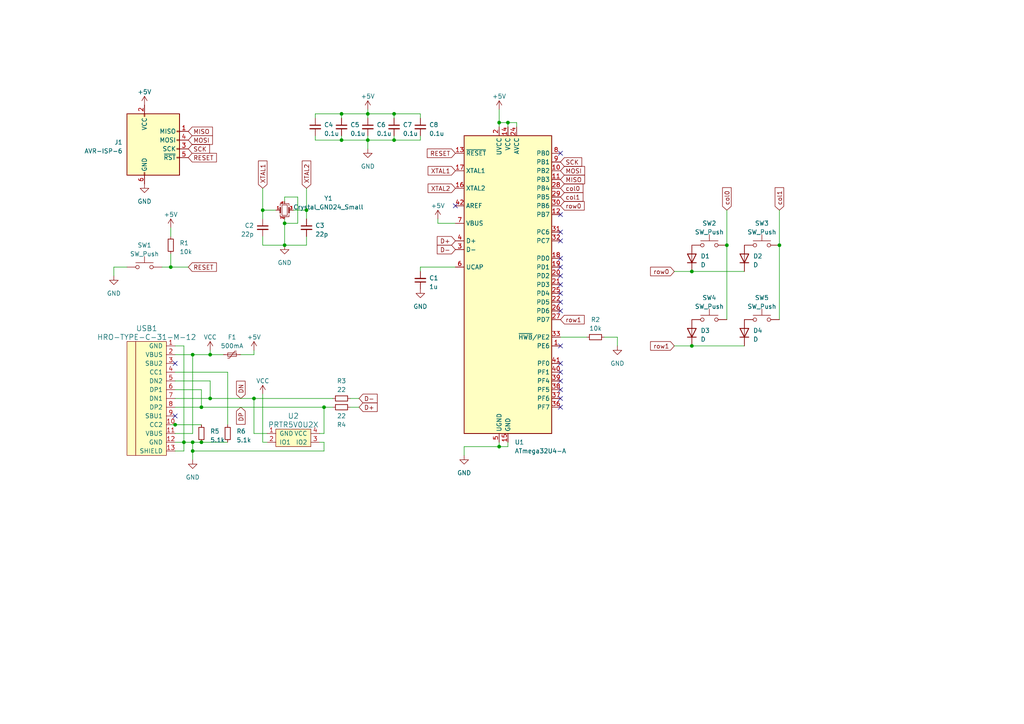
<source format=kicad_sch>
(kicad_sch (version 20230121) (generator eeschema)

  (uuid 34b177b8-be4a-4287-be86-bbb3b582ce91)

  (paper "A4")

  (lib_symbols
    (symbol "Connector:AVR-ISP-6" (pin_names (offset 1.016)) (in_bom yes) (on_board yes)
      (property "Reference" "J" (at -6.35 11.43 0)
        (effects (font (size 1.27 1.27)) (justify left))
      )
      (property "Value" "AVR-ISP-6" (at 0 11.43 0)
        (effects (font (size 1.27 1.27)) (justify left))
      )
      (property "Footprint" "" (at -6.35 1.27 90)
        (effects (font (size 1.27 1.27)) hide)
      )
      (property "Datasheet" " ~" (at -32.385 -13.97 0)
        (effects (font (size 1.27 1.27)) hide)
      )
      (property "ki_keywords" "AVR ISP Connector" (at 0 0 0)
        (effects (font (size 1.27 1.27)) hide)
      )
      (property "ki_description" "Atmel 6-pin ISP connector" (at 0 0 0)
        (effects (font (size 1.27 1.27)) hide)
      )
      (property "ki_fp_filters" "IDC?Header*2x03* Pin?Header*2x03*" (at 0 0 0)
        (effects (font (size 1.27 1.27)) hide)
      )
      (symbol "AVR-ISP-6_0_1"
        (rectangle (start -2.667 -6.858) (end -2.413 -7.62)
          (stroke (width 0) (type default))
          (fill (type none))
        )
        (rectangle (start -2.667 10.16) (end -2.413 9.398)
          (stroke (width 0) (type default))
          (fill (type none))
        )
        (rectangle (start 7.62 -2.413) (end 6.858 -2.667)
          (stroke (width 0) (type default))
          (fill (type none))
        )
        (rectangle (start 7.62 0.127) (end 6.858 -0.127)
          (stroke (width 0) (type default))
          (fill (type none))
        )
        (rectangle (start 7.62 2.667) (end 6.858 2.413)
          (stroke (width 0) (type default))
          (fill (type none))
        )
        (rectangle (start 7.62 5.207) (end 6.858 4.953)
          (stroke (width 0) (type default))
          (fill (type none))
        )
        (rectangle (start 7.62 10.16) (end -7.62 -7.62)
          (stroke (width 0.254) (type default))
          (fill (type background))
        )
      )
      (symbol "AVR-ISP-6_1_1"
        (pin passive line (at 10.16 5.08 180) (length 2.54)
          (name "MISO" (effects (font (size 1.27 1.27))))
          (number "1" (effects (font (size 1.27 1.27))))
        )
        (pin passive line (at -2.54 12.7 270) (length 2.54)
          (name "VCC" (effects (font (size 1.27 1.27))))
          (number "2" (effects (font (size 1.27 1.27))))
        )
        (pin passive line (at 10.16 0 180) (length 2.54)
          (name "SCK" (effects (font (size 1.27 1.27))))
          (number "3" (effects (font (size 1.27 1.27))))
        )
        (pin passive line (at 10.16 2.54 180) (length 2.54)
          (name "MOSI" (effects (font (size 1.27 1.27))))
          (number "4" (effects (font (size 1.27 1.27))))
        )
        (pin passive line (at 10.16 -2.54 180) (length 2.54)
          (name "~{RST}" (effects (font (size 1.27 1.27))))
          (number "5" (effects (font (size 1.27 1.27))))
        )
        (pin passive line (at -2.54 -10.16 90) (length 2.54)
          (name "GND" (effects (font (size 1.27 1.27))))
          (number "6" (effects (font (size 1.27 1.27))))
        )
      )
    )
    (symbol "Device:C_Small" (pin_numbers hide) (pin_names (offset 0.254) hide) (in_bom yes) (on_board yes)
      (property "Reference" "C" (at 0.254 1.778 0)
        (effects (font (size 1.27 1.27)) (justify left))
      )
      (property "Value" "C_Small" (at 0.254 -2.032 0)
        (effects (font (size 1.27 1.27)) (justify left))
      )
      (property "Footprint" "" (at 0 0 0)
        (effects (font (size 1.27 1.27)) hide)
      )
      (property "Datasheet" "~" (at 0 0 0)
        (effects (font (size 1.27 1.27)) hide)
      )
      (property "ki_keywords" "capacitor cap" (at 0 0 0)
        (effects (font (size 1.27 1.27)) hide)
      )
      (property "ki_description" "Unpolarized capacitor, small symbol" (at 0 0 0)
        (effects (font (size 1.27 1.27)) hide)
      )
      (property "ki_fp_filters" "C_*" (at 0 0 0)
        (effects (font (size 1.27 1.27)) hide)
      )
      (symbol "C_Small_0_1"
        (polyline
          (pts
            (xy -1.524 -0.508)
            (xy 1.524 -0.508)
          )
          (stroke (width 0.3302) (type default))
          (fill (type none))
        )
        (polyline
          (pts
            (xy -1.524 0.508)
            (xy 1.524 0.508)
          )
          (stroke (width 0.3048) (type default))
          (fill (type none))
        )
      )
      (symbol "C_Small_1_1"
        (pin passive line (at 0 2.54 270) (length 2.032)
          (name "~" (effects (font (size 1.27 1.27))))
          (number "1" (effects (font (size 1.27 1.27))))
        )
        (pin passive line (at 0 -2.54 90) (length 2.032)
          (name "~" (effects (font (size 1.27 1.27))))
          (number "2" (effects (font (size 1.27 1.27))))
        )
      )
    )
    (symbol "Device:Crystal_GND24_Small" (pin_names (offset 1.016) hide) (in_bom yes) (on_board yes)
      (property "Reference" "Y" (at 1.27 4.445 0)
        (effects (font (size 1.27 1.27)) (justify left))
      )
      (property "Value" "Crystal_GND24_Small" (at 1.27 2.54 0)
        (effects (font (size 1.27 1.27)) (justify left))
      )
      (property "Footprint" "" (at 0 0 0)
        (effects (font (size 1.27 1.27)) hide)
      )
      (property "Datasheet" "~" (at 0 0 0)
        (effects (font (size 1.27 1.27)) hide)
      )
      (property "ki_keywords" "quartz ceramic resonator oscillator" (at 0 0 0)
        (effects (font (size 1.27 1.27)) hide)
      )
      (property "ki_description" "Four pin crystal, GND on pins 2 and 4, small symbol" (at 0 0 0)
        (effects (font (size 1.27 1.27)) hide)
      )
      (property "ki_fp_filters" "Crystal*" (at 0 0 0)
        (effects (font (size 1.27 1.27)) hide)
      )
      (symbol "Crystal_GND24_Small_0_1"
        (rectangle (start -0.762 -1.524) (end 0.762 1.524)
          (stroke (width 0) (type default))
          (fill (type none))
        )
        (polyline
          (pts
            (xy -1.27 -0.762)
            (xy -1.27 0.762)
          )
          (stroke (width 0.381) (type default))
          (fill (type none))
        )
        (polyline
          (pts
            (xy 1.27 -0.762)
            (xy 1.27 0.762)
          )
          (stroke (width 0.381) (type default))
          (fill (type none))
        )
        (polyline
          (pts
            (xy -1.27 -1.27)
            (xy -1.27 -1.905)
            (xy 1.27 -1.905)
            (xy 1.27 -1.27)
          )
          (stroke (width 0) (type default))
          (fill (type none))
        )
        (polyline
          (pts
            (xy -1.27 1.27)
            (xy -1.27 1.905)
            (xy 1.27 1.905)
            (xy 1.27 1.27)
          )
          (stroke (width 0) (type default))
          (fill (type none))
        )
      )
      (symbol "Crystal_GND24_Small_1_1"
        (pin passive line (at -2.54 0 0) (length 1.27)
          (name "1" (effects (font (size 1.27 1.27))))
          (number "1" (effects (font (size 0.762 0.762))))
        )
        (pin passive line (at 0 -2.54 90) (length 0.635)
          (name "2" (effects (font (size 1.27 1.27))))
          (number "2" (effects (font (size 0.762 0.762))))
        )
        (pin passive line (at 2.54 0 180) (length 1.27)
          (name "3" (effects (font (size 1.27 1.27))))
          (number "3" (effects (font (size 0.762 0.762))))
        )
        (pin passive line (at 0 2.54 270) (length 0.635)
          (name "4" (effects (font (size 1.27 1.27))))
          (number "4" (effects (font (size 0.762 0.762))))
        )
      )
    )
    (symbol "Device:D" (pin_numbers hide) (pin_names (offset 1.016) hide) (in_bom yes) (on_board yes)
      (property "Reference" "D" (at 0 2.54 0)
        (effects (font (size 1.27 1.27)))
      )
      (property "Value" "D" (at 0 -2.54 0)
        (effects (font (size 1.27 1.27)))
      )
      (property "Footprint" "" (at 0 0 0)
        (effects (font (size 1.27 1.27)) hide)
      )
      (property "Datasheet" "~" (at 0 0 0)
        (effects (font (size 1.27 1.27)) hide)
      )
      (property "Sim.Device" "D" (at 0 0 0)
        (effects (font (size 1.27 1.27)) hide)
      )
      (property "Sim.Pins" "1=K 2=A" (at 0 0 0)
        (effects (font (size 1.27 1.27)) hide)
      )
      (property "ki_keywords" "diode" (at 0 0 0)
        (effects (font (size 1.27 1.27)) hide)
      )
      (property "ki_description" "Diode" (at 0 0 0)
        (effects (font (size 1.27 1.27)) hide)
      )
      (property "ki_fp_filters" "TO-???* *_Diode_* *SingleDiode* D_*" (at 0 0 0)
        (effects (font (size 1.27 1.27)) hide)
      )
      (symbol "D_0_1"
        (polyline
          (pts
            (xy -1.27 1.27)
            (xy -1.27 -1.27)
          )
          (stroke (width 0.254) (type default))
          (fill (type none))
        )
        (polyline
          (pts
            (xy 1.27 0)
            (xy -1.27 0)
          )
          (stroke (width 0) (type default))
          (fill (type none))
        )
        (polyline
          (pts
            (xy 1.27 1.27)
            (xy 1.27 -1.27)
            (xy -1.27 0)
            (xy 1.27 1.27)
          )
          (stroke (width 0.254) (type default))
          (fill (type none))
        )
      )
      (symbol "D_1_1"
        (pin passive line (at -3.81 0 0) (length 2.54)
          (name "K" (effects (font (size 1.27 1.27))))
          (number "1" (effects (font (size 1.27 1.27))))
        )
        (pin passive line (at 3.81 0 180) (length 2.54)
          (name "A" (effects (font (size 1.27 1.27))))
          (number "2" (effects (font (size 1.27 1.27))))
        )
      )
    )
    (symbol "Device:Polyfuse_Small" (pin_numbers hide) (pin_names (offset 0)) (in_bom yes) (on_board yes)
      (property "Reference" "F" (at -1.905 0 90)
        (effects (font (size 1.27 1.27)))
      )
      (property "Value" "Polyfuse_Small" (at 1.905 0 90)
        (effects (font (size 1.27 1.27)))
      )
      (property "Footprint" "" (at 1.27 -5.08 0)
        (effects (font (size 1.27 1.27)) (justify left) hide)
      )
      (property "Datasheet" "~" (at 0 0 0)
        (effects (font (size 1.27 1.27)) hide)
      )
      (property "ki_keywords" "resettable fuse PTC PPTC polyfuse polyswitch" (at 0 0 0)
        (effects (font (size 1.27 1.27)) hide)
      )
      (property "ki_description" "Resettable fuse, polymeric positive temperature coefficient, small symbol" (at 0 0 0)
        (effects (font (size 1.27 1.27)) hide)
      )
      (property "ki_fp_filters" "*polyfuse* *PTC*" (at 0 0 0)
        (effects (font (size 1.27 1.27)) hide)
      )
      (symbol "Polyfuse_Small_0_1"
        (rectangle (start -0.508 1.27) (end 0.508 -1.27)
          (stroke (width 0) (type default))
          (fill (type none))
        )
        (polyline
          (pts
            (xy 0 2.54)
            (xy 0 -2.54)
          )
          (stroke (width 0) (type default))
          (fill (type none))
        )
        (polyline
          (pts
            (xy -1.016 1.27)
            (xy -1.016 0.762)
            (xy 1.016 -0.762)
            (xy 1.016 -1.27)
          )
          (stroke (width 0) (type default))
          (fill (type none))
        )
      )
      (symbol "Polyfuse_Small_1_1"
        (pin passive line (at 0 2.54 270) (length 0.635)
          (name "~" (effects (font (size 1.27 1.27))))
          (number "1" (effects (font (size 1.27 1.27))))
        )
        (pin passive line (at 0 -2.54 90) (length 0.635)
          (name "~" (effects (font (size 1.27 1.27))))
          (number "2" (effects (font (size 1.27 1.27))))
        )
      )
    )
    (symbol "Device:R_Small" (pin_numbers hide) (pin_names (offset 0.254) hide) (in_bom yes) (on_board yes)
      (property "Reference" "R" (at 0.762 0.508 0)
        (effects (font (size 1.27 1.27)) (justify left))
      )
      (property "Value" "R_Small" (at 0.762 -1.016 0)
        (effects (font (size 1.27 1.27)) (justify left))
      )
      (property "Footprint" "" (at 0 0 0)
        (effects (font (size 1.27 1.27)) hide)
      )
      (property "Datasheet" "~" (at 0 0 0)
        (effects (font (size 1.27 1.27)) hide)
      )
      (property "ki_keywords" "R resistor" (at 0 0 0)
        (effects (font (size 1.27 1.27)) hide)
      )
      (property "ki_description" "Resistor, small symbol" (at 0 0 0)
        (effects (font (size 1.27 1.27)) hide)
      )
      (property "ki_fp_filters" "R_*" (at 0 0 0)
        (effects (font (size 1.27 1.27)) hide)
      )
      (symbol "R_Small_0_1"
        (rectangle (start -0.762 1.778) (end 0.762 -1.778)
          (stroke (width 0.2032) (type default))
          (fill (type none))
        )
      )
      (symbol "R_Small_1_1"
        (pin passive line (at 0 2.54 270) (length 0.762)
          (name "~" (effects (font (size 1.27 1.27))))
          (number "1" (effects (font (size 1.27 1.27))))
        )
        (pin passive line (at 0 -2.54 90) (length 0.762)
          (name "~" (effects (font (size 1.27 1.27))))
          (number "2" (effects (font (size 1.27 1.27))))
        )
      )
    )
    (symbol "MCU_Microchip_ATmega:ATmega32U4-A" (in_bom yes) (on_board yes)
      (property "Reference" "U" (at -12.7 44.45 0)
        (effects (font (size 1.27 1.27)) (justify left bottom))
      )
      (property "Value" "ATmega32U4-A" (at 2.54 -44.45 0)
        (effects (font (size 1.27 1.27)) (justify left top))
      )
      (property "Footprint" "Package_QFP:TQFP-44_10x10mm_P0.8mm" (at 0 0 0)
        (effects (font (size 1.27 1.27) italic) hide)
      )
      (property "Datasheet" "http://ww1.microchip.com/downloads/en/DeviceDoc/Atmel-7766-8-bit-AVR-ATmega16U4-32U4_Datasheet.pdf" (at 0 0 0)
        (effects (font (size 1.27 1.27)) hide)
      )
      (property "ki_keywords" "AVR 8bit Microcontroller MegaAVR USB" (at 0 0 0)
        (effects (font (size 1.27 1.27)) hide)
      )
      (property "ki_description" "16MHz, 32kB Flash, 2.5kB SRAM, 1kB EEPROM, USB 2.0, TQFP-44" (at 0 0 0)
        (effects (font (size 1.27 1.27)) hide)
      )
      (property "ki_fp_filters" "TQFP*10x10mm*P0.8mm*" (at 0 0 0)
        (effects (font (size 1.27 1.27)) hide)
      )
      (symbol "ATmega32U4-A_0_1"
        (rectangle (start -12.7 -43.18) (end 12.7 43.18)
          (stroke (width 0.254) (type default))
          (fill (type background))
        )
      )
      (symbol "ATmega32U4-A_1_1"
        (pin bidirectional line (at 15.24 -17.78 180) (length 2.54)
          (name "PE6" (effects (font (size 1.27 1.27))))
          (number "1" (effects (font (size 1.27 1.27))))
        )
        (pin bidirectional line (at 15.24 33.02 180) (length 2.54)
          (name "PB2" (effects (font (size 1.27 1.27))))
          (number "10" (effects (font (size 1.27 1.27))))
        )
        (pin bidirectional line (at 15.24 30.48 180) (length 2.54)
          (name "PB3" (effects (font (size 1.27 1.27))))
          (number "11" (effects (font (size 1.27 1.27))))
        )
        (pin bidirectional line (at 15.24 20.32 180) (length 2.54)
          (name "PB7" (effects (font (size 1.27 1.27))))
          (number "12" (effects (font (size 1.27 1.27))))
        )
        (pin input line (at -15.24 38.1 0) (length 2.54)
          (name "~{RESET}" (effects (font (size 1.27 1.27))))
          (number "13" (effects (font (size 1.27 1.27))))
        )
        (pin power_in line (at 0 45.72 270) (length 2.54)
          (name "VCC" (effects (font (size 1.27 1.27))))
          (number "14" (effects (font (size 1.27 1.27))))
        )
        (pin power_in line (at 0 -45.72 90) (length 2.54)
          (name "GND" (effects (font (size 1.27 1.27))))
          (number "15" (effects (font (size 1.27 1.27))))
        )
        (pin output line (at -15.24 27.94 0) (length 2.54)
          (name "XTAL2" (effects (font (size 1.27 1.27))))
          (number "16" (effects (font (size 1.27 1.27))))
        )
        (pin input line (at -15.24 33.02 0) (length 2.54)
          (name "XTAL1" (effects (font (size 1.27 1.27))))
          (number "17" (effects (font (size 1.27 1.27))))
        )
        (pin bidirectional line (at 15.24 7.62 180) (length 2.54)
          (name "PD0" (effects (font (size 1.27 1.27))))
          (number "18" (effects (font (size 1.27 1.27))))
        )
        (pin bidirectional line (at 15.24 5.08 180) (length 2.54)
          (name "PD1" (effects (font (size 1.27 1.27))))
          (number "19" (effects (font (size 1.27 1.27))))
        )
        (pin power_in line (at -2.54 45.72 270) (length 2.54)
          (name "UVCC" (effects (font (size 1.27 1.27))))
          (number "2" (effects (font (size 1.27 1.27))))
        )
        (pin bidirectional line (at 15.24 2.54 180) (length 2.54)
          (name "PD2" (effects (font (size 1.27 1.27))))
          (number "20" (effects (font (size 1.27 1.27))))
        )
        (pin bidirectional line (at 15.24 0 180) (length 2.54)
          (name "PD3" (effects (font (size 1.27 1.27))))
          (number "21" (effects (font (size 1.27 1.27))))
        )
        (pin bidirectional line (at 15.24 -5.08 180) (length 2.54)
          (name "PD5" (effects (font (size 1.27 1.27))))
          (number "22" (effects (font (size 1.27 1.27))))
        )
        (pin passive line (at 0 -45.72 90) (length 2.54) hide
          (name "GND" (effects (font (size 1.27 1.27))))
          (number "23" (effects (font (size 1.27 1.27))))
        )
        (pin power_in line (at 2.54 45.72 270) (length 2.54)
          (name "AVCC" (effects (font (size 1.27 1.27))))
          (number "24" (effects (font (size 1.27 1.27))))
        )
        (pin bidirectional line (at 15.24 -2.54 180) (length 2.54)
          (name "PD4" (effects (font (size 1.27 1.27))))
          (number "25" (effects (font (size 1.27 1.27))))
        )
        (pin bidirectional line (at 15.24 -7.62 180) (length 2.54)
          (name "PD6" (effects (font (size 1.27 1.27))))
          (number "26" (effects (font (size 1.27 1.27))))
        )
        (pin bidirectional line (at 15.24 -10.16 180) (length 2.54)
          (name "PD7" (effects (font (size 1.27 1.27))))
          (number "27" (effects (font (size 1.27 1.27))))
        )
        (pin bidirectional line (at 15.24 27.94 180) (length 2.54)
          (name "PB4" (effects (font (size 1.27 1.27))))
          (number "28" (effects (font (size 1.27 1.27))))
        )
        (pin bidirectional line (at 15.24 25.4 180) (length 2.54)
          (name "PB5" (effects (font (size 1.27 1.27))))
          (number "29" (effects (font (size 1.27 1.27))))
        )
        (pin bidirectional line (at -15.24 10.16 0) (length 2.54)
          (name "D-" (effects (font (size 1.27 1.27))))
          (number "3" (effects (font (size 1.27 1.27))))
        )
        (pin bidirectional line (at 15.24 22.86 180) (length 2.54)
          (name "PB6" (effects (font (size 1.27 1.27))))
          (number "30" (effects (font (size 1.27 1.27))))
        )
        (pin bidirectional line (at 15.24 15.24 180) (length 2.54)
          (name "PC6" (effects (font (size 1.27 1.27))))
          (number "31" (effects (font (size 1.27 1.27))))
        )
        (pin bidirectional line (at 15.24 12.7 180) (length 2.54)
          (name "PC7" (effects (font (size 1.27 1.27))))
          (number "32" (effects (font (size 1.27 1.27))))
        )
        (pin bidirectional line (at 15.24 -15.24 180) (length 2.54)
          (name "~{HWB}/PE2" (effects (font (size 1.27 1.27))))
          (number "33" (effects (font (size 1.27 1.27))))
        )
        (pin passive line (at 0 45.72 270) (length 2.54) hide
          (name "VCC" (effects (font (size 1.27 1.27))))
          (number "34" (effects (font (size 1.27 1.27))))
        )
        (pin passive line (at 0 -45.72 90) (length 2.54) hide
          (name "GND" (effects (font (size 1.27 1.27))))
          (number "35" (effects (font (size 1.27 1.27))))
        )
        (pin bidirectional line (at 15.24 -35.56 180) (length 2.54)
          (name "PF7" (effects (font (size 1.27 1.27))))
          (number "36" (effects (font (size 1.27 1.27))))
        )
        (pin bidirectional line (at 15.24 -33.02 180) (length 2.54)
          (name "PF6" (effects (font (size 1.27 1.27))))
          (number "37" (effects (font (size 1.27 1.27))))
        )
        (pin bidirectional line (at 15.24 -30.48 180) (length 2.54)
          (name "PF5" (effects (font (size 1.27 1.27))))
          (number "38" (effects (font (size 1.27 1.27))))
        )
        (pin bidirectional line (at 15.24 -27.94 180) (length 2.54)
          (name "PF4" (effects (font (size 1.27 1.27))))
          (number "39" (effects (font (size 1.27 1.27))))
        )
        (pin bidirectional line (at -15.24 12.7 0) (length 2.54)
          (name "D+" (effects (font (size 1.27 1.27))))
          (number "4" (effects (font (size 1.27 1.27))))
        )
        (pin bidirectional line (at 15.24 -25.4 180) (length 2.54)
          (name "PF1" (effects (font (size 1.27 1.27))))
          (number "40" (effects (font (size 1.27 1.27))))
        )
        (pin bidirectional line (at 15.24 -22.86 180) (length 2.54)
          (name "PF0" (effects (font (size 1.27 1.27))))
          (number "41" (effects (font (size 1.27 1.27))))
        )
        (pin passive line (at -15.24 22.86 0) (length 2.54)
          (name "AREF" (effects (font (size 1.27 1.27))))
          (number "42" (effects (font (size 1.27 1.27))))
        )
        (pin passive line (at 0 -45.72 90) (length 2.54) hide
          (name "GND" (effects (font (size 1.27 1.27))))
          (number "43" (effects (font (size 1.27 1.27))))
        )
        (pin passive line (at 2.54 45.72 270) (length 2.54) hide
          (name "AVCC" (effects (font (size 1.27 1.27))))
          (number "44" (effects (font (size 1.27 1.27))))
        )
        (pin passive line (at -2.54 -45.72 90) (length 2.54)
          (name "UGND" (effects (font (size 1.27 1.27))))
          (number "5" (effects (font (size 1.27 1.27))))
        )
        (pin passive line (at -15.24 5.08 0) (length 2.54)
          (name "UCAP" (effects (font (size 1.27 1.27))))
          (number "6" (effects (font (size 1.27 1.27))))
        )
        (pin input line (at -15.24 17.78 0) (length 2.54)
          (name "VBUS" (effects (font (size 1.27 1.27))))
          (number "7" (effects (font (size 1.27 1.27))))
        )
        (pin bidirectional line (at 15.24 38.1 180) (length 2.54)
          (name "PB0" (effects (font (size 1.27 1.27))))
          (number "8" (effects (font (size 1.27 1.27))))
        )
        (pin bidirectional line (at 15.24 35.56 180) (length 2.54)
          (name "PB1" (effects (font (size 1.27 1.27))))
          (number "9" (effects (font (size 1.27 1.27))))
        )
      )
    )
    (symbol "Switch:SW_Push" (pin_numbers hide) (pin_names (offset 1.016) hide) (in_bom yes) (on_board yes)
      (property "Reference" "SW" (at 1.27 2.54 0)
        (effects (font (size 1.27 1.27)) (justify left))
      )
      (property "Value" "SW_Push" (at 0 -1.524 0)
        (effects (font (size 1.27 1.27)))
      )
      (property "Footprint" "" (at 0 5.08 0)
        (effects (font (size 1.27 1.27)) hide)
      )
      (property "Datasheet" "~" (at 0 5.08 0)
        (effects (font (size 1.27 1.27)) hide)
      )
      (property "ki_keywords" "switch normally-open pushbutton push-button" (at 0 0 0)
        (effects (font (size 1.27 1.27)) hide)
      )
      (property "ki_description" "Push button switch, generic, two pins" (at 0 0 0)
        (effects (font (size 1.27 1.27)) hide)
      )
      (symbol "SW_Push_0_1"
        (circle (center -2.032 0) (radius 0.508)
          (stroke (width 0) (type default))
          (fill (type none))
        )
        (polyline
          (pts
            (xy 0 1.27)
            (xy 0 3.048)
          )
          (stroke (width 0) (type default))
          (fill (type none))
        )
        (polyline
          (pts
            (xy 2.54 1.27)
            (xy -2.54 1.27)
          )
          (stroke (width 0) (type default))
          (fill (type none))
        )
        (circle (center 2.032 0) (radius 0.508)
          (stroke (width 0) (type default))
          (fill (type none))
        )
        (pin passive line (at -5.08 0 0) (length 2.54)
          (name "1" (effects (font (size 1.27 1.27))))
          (number "1" (effects (font (size 1.27 1.27))))
        )
        (pin passive line (at 5.08 0 180) (length 2.54)
          (name "2" (effects (font (size 1.27 1.27))))
          (number "2" (effects (font (size 1.27 1.27))))
        )
      )
    )
    (symbol "Type-C:HRO-TYPE-C-31-M-12" (pin_names (offset 1.016)) (in_bom yes) (on_board yes)
      (property "Reference" "USB" (at -5.08 16.51 0)
        (effects (font (size 1.524 1.524)))
      )
      (property "Value" "HRO-TYPE-C-31-M-12" (at -10.16 -1.27 90)
        (effects (font (size 1.524 1.524)))
      )
      (property "Footprint" "" (at 0 0 0)
        (effects (font (size 1.524 1.524)) hide)
      )
      (property "Datasheet" "" (at 0 0 0)
        (effects (font (size 1.524 1.524)) hide)
      )
      (symbol "HRO-TYPE-C-31-M-12_0_1"
        (rectangle (start -11.43 15.24) (end -8.89 -17.78)
          (stroke (width 0) (type solid))
          (fill (type background))
        )
        (rectangle (start 0 -17.78) (end -8.89 15.24)
          (stroke (width 0) (type solid))
          (fill (type background))
        )
      )
      (symbol "HRO-TYPE-C-31-M-12_1_1"
        (pin input line (at 2.54 13.97 180) (length 2.54)
          (name "GND" (effects (font (size 1.27 1.27))))
          (number "1" (effects (font (size 1.27 1.27))))
        )
        (pin input line (at 2.54 -8.89 180) (length 2.54)
          (name "CC2" (effects (font (size 1.27 1.27))))
          (number "10" (effects (font (size 1.27 1.27))))
        )
        (pin input line (at 2.54 -11.43 180) (length 2.54)
          (name "VBUS" (effects (font (size 1.27 1.27))))
          (number "11" (effects (font (size 1.27 1.27))))
        )
        (pin input line (at 2.54 -13.97 180) (length 2.54)
          (name "GND" (effects (font (size 1.27 1.27))))
          (number "12" (effects (font (size 1.27 1.27))))
        )
        (pin input line (at 2.54 -16.51 180) (length 2.54)
          (name "SHIELD" (effects (font (size 1.27 1.27))))
          (number "13" (effects (font (size 1.27 1.27))))
        )
        (pin input line (at 2.54 11.43 180) (length 2.54)
          (name "VBUS" (effects (font (size 1.27 1.27))))
          (number "2" (effects (font (size 1.27 1.27))))
        )
        (pin input line (at 2.54 8.89 180) (length 2.54)
          (name "SBU2" (effects (font (size 1.27 1.27))))
          (number "3" (effects (font (size 1.27 1.27))))
        )
        (pin input line (at 2.54 6.35 180) (length 2.54)
          (name "CC1" (effects (font (size 1.27 1.27))))
          (number "4" (effects (font (size 1.27 1.27))))
        )
        (pin input line (at 2.54 3.81 180) (length 2.54)
          (name "DN2" (effects (font (size 1.27 1.27))))
          (number "5" (effects (font (size 1.27 1.27))))
        )
        (pin input line (at 2.54 1.27 180) (length 2.54)
          (name "DP1" (effects (font (size 1.27 1.27))))
          (number "6" (effects (font (size 1.27 1.27))))
        )
        (pin input line (at 2.54 -1.27 180) (length 2.54)
          (name "DN1" (effects (font (size 1.27 1.27))))
          (number "7" (effects (font (size 1.27 1.27))))
        )
        (pin input line (at 2.54 -3.81 180) (length 2.54)
          (name "DP2" (effects (font (size 1.27 1.27))))
          (number "8" (effects (font (size 1.27 1.27))))
        )
        (pin input line (at 2.54 -6.35 180) (length 2.54)
          (name "SBU1" (effects (font (size 1.27 1.27))))
          (number "9" (effects (font (size 1.27 1.27))))
        )
      )
    )
    (symbol "power:+5V" (power) (pin_names (offset 0)) (in_bom yes) (on_board yes)
      (property "Reference" "#PWR" (at 0 -3.81 0)
        (effects (font (size 1.27 1.27)) hide)
      )
      (property "Value" "+5V" (at 0 3.556 0)
        (effects (font (size 1.27 1.27)))
      )
      (property "Footprint" "" (at 0 0 0)
        (effects (font (size 1.27 1.27)) hide)
      )
      (property "Datasheet" "" (at 0 0 0)
        (effects (font (size 1.27 1.27)) hide)
      )
      (property "ki_keywords" "global power" (at 0 0 0)
        (effects (font (size 1.27 1.27)) hide)
      )
      (property "ki_description" "Power symbol creates a global label with name \"+5V\"" (at 0 0 0)
        (effects (font (size 1.27 1.27)) hide)
      )
      (symbol "+5V_0_1"
        (polyline
          (pts
            (xy -0.762 1.27)
            (xy 0 2.54)
          )
          (stroke (width 0) (type default))
          (fill (type none))
        )
        (polyline
          (pts
            (xy 0 0)
            (xy 0 2.54)
          )
          (stroke (width 0) (type default))
          (fill (type none))
        )
        (polyline
          (pts
            (xy 0 2.54)
            (xy 0.762 1.27)
          )
          (stroke (width 0) (type default))
          (fill (type none))
        )
      )
      (symbol "+5V_1_1"
        (pin power_in line (at 0 0 90) (length 0) hide
          (name "+5V" (effects (font (size 1.27 1.27))))
          (number "1" (effects (font (size 1.27 1.27))))
        )
      )
    )
    (symbol "power:GND" (power) (pin_names (offset 0)) (in_bom yes) (on_board yes)
      (property "Reference" "#PWR" (at 0 -6.35 0)
        (effects (font (size 1.27 1.27)) hide)
      )
      (property "Value" "GND" (at 0 -3.81 0)
        (effects (font (size 1.27 1.27)))
      )
      (property "Footprint" "" (at 0 0 0)
        (effects (font (size 1.27 1.27)) hide)
      )
      (property "Datasheet" "" (at 0 0 0)
        (effects (font (size 1.27 1.27)) hide)
      )
      (property "ki_keywords" "global power" (at 0 0 0)
        (effects (font (size 1.27 1.27)) hide)
      )
      (property "ki_description" "Power symbol creates a global label with name \"GND\" , ground" (at 0 0 0)
        (effects (font (size 1.27 1.27)) hide)
      )
      (symbol "GND_0_1"
        (polyline
          (pts
            (xy 0 0)
            (xy 0 -1.27)
            (xy 1.27 -1.27)
            (xy 0 -2.54)
            (xy -1.27 -1.27)
            (xy 0 -1.27)
          )
          (stroke (width 0) (type default))
          (fill (type none))
        )
      )
      (symbol "GND_1_1"
        (pin power_in line (at 0 0 270) (length 0) hide
          (name "GND" (effects (font (size 1.27 1.27))))
          (number "1" (effects (font (size 1.27 1.27))))
        )
      )
    )
    (symbol "power:VCC" (power) (pin_names (offset 0)) (in_bom yes) (on_board yes)
      (property "Reference" "#PWR" (at 0 -3.81 0)
        (effects (font (size 1.27 1.27)) hide)
      )
      (property "Value" "VCC" (at 0 3.81 0)
        (effects (font (size 1.27 1.27)))
      )
      (property "Footprint" "" (at 0 0 0)
        (effects (font (size 1.27 1.27)) hide)
      )
      (property "Datasheet" "" (at 0 0 0)
        (effects (font (size 1.27 1.27)) hide)
      )
      (property "ki_keywords" "global power" (at 0 0 0)
        (effects (font (size 1.27 1.27)) hide)
      )
      (property "ki_description" "Power symbol creates a global label with name \"VCC\"" (at 0 0 0)
        (effects (font (size 1.27 1.27)) hide)
      )
      (symbol "VCC_0_1"
        (polyline
          (pts
            (xy -0.762 1.27)
            (xy 0 2.54)
          )
          (stroke (width 0) (type default))
          (fill (type none))
        )
        (polyline
          (pts
            (xy 0 0)
            (xy 0 2.54)
          )
          (stroke (width 0) (type default))
          (fill (type none))
        )
        (polyline
          (pts
            (xy 0 2.54)
            (xy 0.762 1.27)
          )
          (stroke (width 0) (type default))
          (fill (type none))
        )
      )
      (symbol "VCC_1_1"
        (pin power_in line (at 0 0 90) (length 0) hide
          (name "VCC" (effects (font (size 1.27 1.27))))
          (number "1" (effects (font (size 1.27 1.27))))
        )
      )
    )
    (symbol "random-keyboard-parts:PRTR5V0U2X" (pin_names (offset 1.016)) (in_bom yes) (on_board yes)
      (property "Reference" "U" (at 0 3.81 0)
        (effects (font (size 1.524 1.524)))
      )
      (property "Value" "PRTR5V0U2X" (at 0 -3.81 0)
        (effects (font (size 1.524 1.524)))
      )
      (property "Footprint" "" (at 0 0 0)
        (effects (font (size 1.524 1.524)) hide)
      )
      (property "Datasheet" "" (at 0 0 0)
        (effects (font (size 1.524 1.524)) hide)
      )
      (symbol "PRTR5V0U2X_0_1"
        (rectangle (start -5.08 2.54) (end 5.08 -2.54)
          (stroke (width 0) (type solid))
          (fill (type background))
        )
      )
      (symbol "PRTR5V0U2X_1_1"
        (pin input line (at -7.62 1.27 0) (length 2.54)
          (name "GND" (effects (font (size 1.27 1.27))))
          (number "1" (effects (font (size 1.27 1.27))))
        )
        (pin input line (at -7.62 -1.27 0) (length 2.54)
          (name "IO1" (effects (font (size 1.27 1.27))))
          (number "2" (effects (font (size 1.27 1.27))))
        )
        (pin input line (at 7.62 -1.27 180) (length 2.54)
          (name "IO2" (effects (font (size 1.27 1.27))))
          (number "3" (effects (font (size 1.27 1.27))))
        )
        (pin input line (at 7.62 1.27 180) (length 2.54)
          (name "VCC" (effects (font (size 1.27 1.27))))
          (number "4" (effects (font (size 1.27 1.27))))
        )
      )
    )
  )

  (junction (at 114.3 33.02) (diameter 0) (color 0 0 0 0)
    (uuid 154633eb-e11e-4e00-a4bb-00e784c3bd27)
  )
  (junction (at 60.96 115.57) (diameter 0) (color 0 0 0 0)
    (uuid 25399950-ea24-46fb-a2b7-c419e9133b5f)
  )
  (junction (at 55.88 130.81) (diameter 0) (color 0 0 0 0)
    (uuid 28316845-63dd-4d34-8db8-90b326992c91)
  )
  (junction (at 49.53 77.47) (diameter 0) (color 0 0 0 0)
    (uuid 2c5a1900-2fe6-4656-bdb2-87e97f68ce55)
  )
  (junction (at 144.78 129.54) (diameter 0) (color 0 0 0 0)
    (uuid 2d7f6571-c6df-4305-ac70-9f198597ddb2)
  )
  (junction (at 106.68 33.02) (diameter 0) (color 0 0 0 0)
    (uuid 48be7763-92cd-4edc-a581-d319eb99b590)
  )
  (junction (at 73.66 115.57) (diameter 0) (color 0 0 0 0)
    (uuid 51631a9d-4a49-4726-bc80-0ffa9ab4176d)
  )
  (junction (at 82.55 64.77) (diameter 0) (color 0 0 0 0)
    (uuid 56b3ac49-756b-4fa2-9f30-090dc4718feb)
  )
  (junction (at 58.42 128.27) (diameter 0) (color 0 0 0 0)
    (uuid 56dc0dc1-e248-4e5d-820e-54537d7b1e91)
  )
  (junction (at 76.2 60.96) (diameter 0) (color 0 0 0 0)
    (uuid 5aaa5380-f716-40fa-aafd-0b184ca6b8e1)
  )
  (junction (at 82.55 71.12) (diameter 0) (color 0 0 0 0)
    (uuid 613079a7-7daf-4586-a709-b5797a5cc1d7)
  )
  (junction (at 147.32 35.56) (diameter 0) (color 0 0 0 0)
    (uuid 6a7024c5-fce4-4480-9bba-4e8a71ce3c82)
  )
  (junction (at 55.88 102.87) (diameter 0) (color 0 0 0 0)
    (uuid 88019d52-70ee-486e-aed3-2e6750fa9739)
  )
  (junction (at 99.06 40.64) (diameter 0) (color 0 0 0 0)
    (uuid 89e432cf-f026-41c5-aeb7-4790599c5a6b)
  )
  (junction (at 58.42 118.11) (diameter 0) (color 0 0 0 0)
    (uuid 94aca0b6-de31-4bbb-89d6-a7ce3080feae)
  )
  (junction (at 200.66 78.74) (diameter 0) (color 0 0 0 0)
    (uuid 968d52f5-a277-4e8c-89fd-09efb810fbf2)
  )
  (junction (at 60.96 102.87) (diameter 0) (color 0 0 0 0)
    (uuid 97f33793-32a6-47d1-afc6-8a1759a90c8d)
  )
  (junction (at 53.34 128.27) (diameter 0) (color 0 0 0 0)
    (uuid 9ac88267-a784-43b4-ab75-268fa2dcf217)
  )
  (junction (at 88.9 60.96) (diameter 0) (color 0 0 0 0)
    (uuid 9c000520-f540-4e41-8b56-65c43990387e)
  )
  (junction (at 106.68 40.64) (diameter 0) (color 0 0 0 0)
    (uuid a8052d45-cabe-4ff6-b213-7d03cac8e159)
  )
  (junction (at 144.78 35.56) (diameter 0) (color 0 0 0 0)
    (uuid b401a0bd-b822-470c-bdad-8de5191afe26)
  )
  (junction (at 50.8 123.19) (diameter 0) (color 0 0 0 0)
    (uuid b7c458c7-5062-41e7-8e0b-8c4751dc5e81)
  )
  (junction (at 114.3 40.64) (diameter 0) (color 0 0 0 0)
    (uuid b9543ed9-1bc7-4eab-833b-aa23086c0e6b)
  )
  (junction (at 93.98 118.11) (diameter 0) (color 0 0 0 0)
    (uuid bca0b6f2-b52e-4a23-bf1c-db5a2e7f10c6)
  )
  (junction (at 55.88 128.27) (diameter 0) (color 0 0 0 0)
    (uuid c01fbe69-6450-4233-8e34-b2f5097f41cd)
  )
  (junction (at 200.66 100.33) (diameter 0) (color 0 0 0 0)
    (uuid e4965951-31ea-4849-9207-76c9ca6aa115)
  )
  (junction (at 99.06 33.02) (diameter 0) (color 0 0 0 0)
    (uuid f88d6a90-98ef-4936-82d3-5d87c39b5040)
  )
  (junction (at 226.06 71.12) (diameter 0) (color 0 0 0 0)
    (uuid fe7e6008-db30-4868-8f0e-d1ceb9d0f19a)
  )
  (junction (at 210.82 71.12) (diameter 0) (color 0 0 0 0)
    (uuid ff086d04-3ec4-431c-81f1-71be611339b2)
  )

  (no_connect (at 162.56 74.93) (uuid 05b916fb-e25d-40c4-aaab-c7e1d2cdb3bb))
  (no_connect (at 162.56 115.57) (uuid 1c305861-51ad-4b16-ae78-d370cd495ec2))
  (no_connect (at 162.56 90.17) (uuid 245a31dc-cc92-40cb-838b-c67f887d6835))
  (no_connect (at 162.56 62.23) (uuid 246e36b0-8865-4530-8587-f8d96b969796))
  (no_connect (at 162.56 105.41) (uuid 300ba2c3-436c-4610-88be-1923b9233dd4))
  (no_connect (at 50.8 105.41) (uuid 4c02a33d-73c9-49ae-a6ed-ed3f2cbfe385))
  (no_connect (at 162.56 82.55) (uuid 4df1e393-9636-4354-8313-d3b509b98400))
  (no_connect (at 162.56 100.33) (uuid 4ff80cad-479d-47b5-b6e2-61cf22fb453f))
  (no_connect (at 162.56 87.63) (uuid 7a4c33bf-bb40-4316-b047-238d1446bbf8))
  (no_connect (at 162.56 69.85) (uuid 7ef673ad-4f44-4e5b-bae4-b7a5009894b9))
  (no_connect (at 162.56 107.95) (uuid 8223d493-b002-48a8-93ff-78e38981578c))
  (no_connect (at 162.56 85.09) (uuid 8b98180d-ce11-4473-8163-4472424a01c2))
  (no_connect (at 162.56 44.45) (uuid 8e28d336-02a9-4c36-9135-ab6ab9e9125e))
  (no_connect (at 50.8 120.65) (uuid 9a5f02c1-0a32-45cb-9798-a7a047a10738))
  (no_connect (at 162.56 67.31) (uuid a1145689-7991-4c58-9f32-6d0aed2f2c4c))
  (no_connect (at 162.56 113.03) (uuid b3b359f2-4064-44be-8cb3-306dd5a99865))
  (no_connect (at 162.56 110.49) (uuid ce73a1c3-3281-4cc3-a13d-3a4cfa157d07))
  (no_connect (at 162.56 77.47) (uuid d26993a8-c299-4dbc-9f4f-a7ae728eeee6))
  (no_connect (at 132.08 59.69) (uuid e9b6a92d-c715-4a6b-bac9-892fa475e31d))
  (no_connect (at 162.56 118.11) (uuid ef78e9f8-3008-4dc3-ab23-ebba5f039659))
  (no_connect (at 162.56 80.01) (uuid fb017a9f-58fb-4417-9eeb-a9412b03142a))

  (wire (pts (xy 121.92 33.02) (xy 121.92 34.29))
    (stroke (width 0) (type default))
    (uuid 0305b321-5de3-4a91-a4dc-e89dec15a855)
  )
  (wire (pts (xy 58.42 113.03) (xy 58.42 118.11))
    (stroke (width 0) (type default))
    (uuid 046a2e56-30a3-4b85-ba8d-d0bc4b1ed3aa)
  )
  (wire (pts (xy 132.08 64.77) (xy 127 64.77))
    (stroke (width 0) (type default))
    (uuid 07a18803-b958-4a28-9713-fe4775501180)
  )
  (wire (pts (xy 88.9 54.61) (xy 88.9 60.96))
    (stroke (width 0) (type default))
    (uuid 07ac3d57-ac14-453d-8490-6bf717480c07)
  )
  (wire (pts (xy 53.34 128.27) (xy 53.34 130.81))
    (stroke (width 0) (type default))
    (uuid 08001bb0-c730-44a4-9447-973e885a7924)
  )
  (wire (pts (xy 106.68 40.64) (xy 106.68 39.37))
    (stroke (width 0) (type default))
    (uuid 086f2fd2-75ad-4d57-ae74-717b99df0be4)
  )
  (wire (pts (xy 36.83 77.47) (xy 33.02 77.47))
    (stroke (width 0) (type default))
    (uuid 0ae0c60b-0ab3-46c7-a93a-efde606f07b6)
  )
  (wire (pts (xy 49.53 66.04) (xy 49.53 68.58))
    (stroke (width 0) (type default))
    (uuid 0de67da1-cc8d-4cab-aa70-0f33fcab96aa)
  )
  (wire (pts (xy 106.68 33.02) (xy 114.3 33.02))
    (stroke (width 0) (type default))
    (uuid 0e594593-28a3-48ab-a98a-a1a13633f516)
  )
  (wire (pts (xy 114.3 33.02) (xy 114.3 34.29))
    (stroke (width 0) (type default))
    (uuid 0f19b9c1-54f6-40f6-9dc5-e0b0d15397bf)
  )
  (wire (pts (xy 58.42 128.27) (xy 66.04 128.27))
    (stroke (width 0) (type default))
    (uuid 10392323-7aa8-41ec-bc91-7c1fa66eb792)
  )
  (wire (pts (xy 53.34 128.27) (xy 55.88 128.27))
    (stroke (width 0) (type default))
    (uuid 1151c570-0597-44d8-9b5c-7023fc43a390)
  )
  (wire (pts (xy 50.8 125.73) (xy 55.88 125.73))
    (stroke (width 0) (type default))
    (uuid 12507fbc-2320-4289-8303-54e6114da6bd)
  )
  (wire (pts (xy 147.32 128.27) (xy 147.32 129.54))
    (stroke (width 0) (type default))
    (uuid 14104e28-adff-4831-871e-d69834f5b676)
  )
  (wire (pts (xy 85.09 60.96) (xy 88.9 60.96))
    (stroke (width 0) (type default))
    (uuid 141d3b4e-4265-4116-be3a-b55e22e41dbb)
  )
  (wire (pts (xy 121.92 77.47) (xy 121.92 78.74))
    (stroke (width 0) (type default))
    (uuid 1726ea5e-1f7a-41cd-9d45-60366ee08e56)
  )
  (wire (pts (xy 50.8 100.33) (xy 53.34 100.33))
    (stroke (width 0) (type default))
    (uuid 18c23ef6-ba65-48ea-b532-4d80935a7e8d)
  )
  (wire (pts (xy 114.3 40.64) (xy 121.92 40.64))
    (stroke (width 0) (type default))
    (uuid 18fbadc3-235b-4d1d-a125-2bcb3f7d856c)
  )
  (wire (pts (xy 195.58 100.33) (xy 200.66 100.33))
    (stroke (width 0) (type default))
    (uuid 1923f1b4-23c3-42c3-b5fd-002b4970fd14)
  )
  (wire (pts (xy 55.88 102.87) (xy 60.96 102.87))
    (stroke (width 0) (type default))
    (uuid 194df8d0-6cd8-467c-bee0-9d199641a85b)
  )
  (wire (pts (xy 147.32 35.56) (xy 149.86 35.56))
    (stroke (width 0) (type default))
    (uuid 20d54b78-8622-47a8-a73b-1b162c751d80)
  )
  (wire (pts (xy 99.06 40.64) (xy 99.06 39.37))
    (stroke (width 0) (type default))
    (uuid 2423acb9-bd69-4a76-8c13-6e8addc23be4)
  )
  (wire (pts (xy 147.32 35.56) (xy 147.32 36.83))
    (stroke (width 0) (type default))
    (uuid 27f1e18a-4908-4286-bc3c-e1b80e1e932f)
  )
  (wire (pts (xy 144.78 35.56) (xy 144.78 36.83))
    (stroke (width 0) (type default))
    (uuid 2a2de99f-a27a-417f-b1fd-1a8cc81752f4)
  )
  (wire (pts (xy 210.82 60.96) (xy 210.82 71.12))
    (stroke (width 0) (type default))
    (uuid 2ac2b5e5-9a5d-425a-827a-dd67fa6d7d86)
  )
  (wire (pts (xy 50.8 123.19) (xy 58.42 123.19))
    (stroke (width 0) (type default))
    (uuid 2cc3d740-89b5-4e79-b0e3-52c9d360bccf)
  )
  (wire (pts (xy 60.96 110.49) (xy 60.96 115.57))
    (stroke (width 0) (type default))
    (uuid 2fb29c3c-d712-4746-9c67-828c32ff0697)
  )
  (wire (pts (xy 226.06 60.96) (xy 226.06 71.12))
    (stroke (width 0) (type default))
    (uuid 32e73917-4206-406f-8e0c-7d6bf4618ee8)
  )
  (wire (pts (xy 93.98 118.11) (xy 93.98 125.73))
    (stroke (width 0) (type default))
    (uuid 37633850-70a2-426c-903f-e1aea6901332)
  )
  (wire (pts (xy 93.98 118.11) (xy 96.52 118.11))
    (stroke (width 0) (type default))
    (uuid 3a8a0990-ac4c-4a3c-8153-0d21cde0b6e4)
  )
  (wire (pts (xy 101.6 115.57) (xy 104.14 115.57))
    (stroke (width 0) (type default))
    (uuid 3ba30ebd-085f-44fd-843b-69e4eab59b77)
  )
  (wire (pts (xy 76.2 68.58) (xy 76.2 71.12))
    (stroke (width 0) (type default))
    (uuid 41174063-a131-4e4b-9b3d-f3a6561577a2)
  )
  (wire (pts (xy 53.34 130.81) (xy 50.8 130.81))
    (stroke (width 0) (type default))
    (uuid 41ccc934-593f-4587-a033-3afd29f99052)
  )
  (wire (pts (xy 73.66 101.6) (xy 73.66 102.87))
    (stroke (width 0) (type default))
    (uuid 4311e2b4-76a9-4e81-8f97-f14e8e387581)
  )
  (wire (pts (xy 144.78 129.54) (xy 134.62 129.54))
    (stroke (width 0) (type default))
    (uuid 44b93c28-acd8-4f36-bfbb-740a351a7e9d)
  )
  (wire (pts (xy 175.26 97.79) (xy 179.07 97.79))
    (stroke (width 0) (type default))
    (uuid 4781fce0-1802-4bc3-bd1c-66d825e7c2a0)
  )
  (wire (pts (xy 106.68 33.02) (xy 99.06 33.02))
    (stroke (width 0) (type default))
    (uuid 48712f21-8dc0-4c0d-9b9b-7dc2beb01327)
  )
  (wire (pts (xy 55.88 130.81) (xy 55.88 128.27))
    (stroke (width 0) (type default))
    (uuid 4a2c3a0d-817e-42e8-b115-d25059098b81)
  )
  (wire (pts (xy 86.36 57.15) (xy 86.36 64.77))
    (stroke (width 0) (type default))
    (uuid 4ac7e8cc-50d3-42d0-b592-e761ef9d9f46)
  )
  (wire (pts (xy 46.99 77.47) (xy 49.53 77.47))
    (stroke (width 0) (type default))
    (uuid 52b09a50-5eb9-422f-ad73-b9c8a5caf8bf)
  )
  (wire (pts (xy 114.3 33.02) (xy 121.92 33.02))
    (stroke (width 0) (type default))
    (uuid 52ff3ba9-b0ae-4e25-a6b8-baaac0add74b)
  )
  (wire (pts (xy 50.8 107.95) (xy 66.04 107.95))
    (stroke (width 0) (type default))
    (uuid 533bc4a9-7357-4fd3-8c8e-425756031532)
  )
  (wire (pts (xy 99.06 33.02) (xy 91.44 33.02))
    (stroke (width 0) (type default))
    (uuid 58ad06b8-69cc-46a4-b005-703d45414a14)
  )
  (wire (pts (xy 93.98 130.81) (xy 55.88 130.81))
    (stroke (width 0) (type default))
    (uuid 60a6eebb-d11c-448a-8228-93b5db2b17d4)
  )
  (wire (pts (xy 106.68 31.75) (xy 106.68 33.02))
    (stroke (width 0) (type default))
    (uuid 61a54df6-c95e-4486-a372-6ef475de3611)
  )
  (wire (pts (xy 58.42 118.11) (xy 93.98 118.11))
    (stroke (width 0) (type default))
    (uuid 61e526f8-9585-4002-8c05-1a3f30e56a4c)
  )
  (wire (pts (xy 55.88 128.27) (xy 58.42 128.27))
    (stroke (width 0) (type default))
    (uuid 635efd15-b93a-40ff-97e4-61f27f051476)
  )
  (wire (pts (xy 73.66 125.73) (xy 73.66 115.57))
    (stroke (width 0) (type default))
    (uuid 64eb946a-fd05-42ed-a65e-361eaa4d88e7)
  )
  (wire (pts (xy 134.62 129.54) (xy 134.62 132.08))
    (stroke (width 0) (type default))
    (uuid 68082dbb-8a30-409a-88f3-f7f0b36cd60a)
  )
  (wire (pts (xy 82.55 71.12) (xy 88.9 71.12))
    (stroke (width 0) (type default))
    (uuid 68542397-7034-468b-8210-4da35ee04fc3)
  )
  (wire (pts (xy 93.98 128.27) (xy 93.98 130.81))
    (stroke (width 0) (type default))
    (uuid 6870b2de-63cf-44b2-92c9-596e913ed132)
  )
  (wire (pts (xy 99.06 33.02) (xy 99.06 34.29))
    (stroke (width 0) (type default))
    (uuid 6973d815-9299-4ec4-ac1e-3ecbd97472aa)
  )
  (wire (pts (xy 82.55 63.5) (xy 82.55 64.77))
    (stroke (width 0) (type default))
    (uuid 6a2834d4-746a-4729-b25c-2b5b17d0cafc)
  )
  (wire (pts (xy 114.3 40.64) (xy 114.3 39.37))
    (stroke (width 0) (type default))
    (uuid 6a33576c-eb03-488c-aaf6-ba4e9e28d860)
  )
  (wire (pts (xy 91.44 40.64) (xy 99.06 40.64))
    (stroke (width 0) (type default))
    (uuid 6ba950bd-ff43-4c8d-878e-b63d87cf4196)
  )
  (wire (pts (xy 106.68 40.64) (xy 106.68 43.18))
    (stroke (width 0) (type default))
    (uuid 6c98512c-d25f-4e63-8e06-59dd5261549d)
  )
  (wire (pts (xy 106.68 40.64) (xy 114.3 40.64))
    (stroke (width 0) (type default))
    (uuid 6d45079d-193a-46d3-8ef0-bf08f47a1102)
  )
  (wire (pts (xy 73.66 115.57) (xy 96.52 115.57))
    (stroke (width 0) (type default))
    (uuid 72be1c9c-2044-4dde-bd4d-9a679148ece3)
  )
  (wire (pts (xy 50.8 128.27) (xy 53.34 128.27))
    (stroke (width 0) (type default))
    (uuid 75111fc2-d18a-4996-96ad-aa7592630ba2)
  )
  (wire (pts (xy 33.02 77.47) (xy 33.02 80.01))
    (stroke (width 0) (type default))
    (uuid 7801dc57-78fb-42c5-b7a1-42aa66f043de)
  )
  (wire (pts (xy 88.9 71.12) (xy 88.9 68.58))
    (stroke (width 0) (type default))
    (uuid 786bc8e5-7607-4e33-951c-03a84514e3fe)
  )
  (wire (pts (xy 76.2 128.27) (xy 77.47 128.27))
    (stroke (width 0) (type default))
    (uuid 79edda93-3015-429a-b17c-b7bae12ffc53)
  )
  (wire (pts (xy 66.04 107.95) (xy 66.04 123.19))
    (stroke (width 0) (type default))
    (uuid 7dab769d-49ba-45f7-b48b-52944533e674)
  )
  (wire (pts (xy 76.2 114.3) (xy 76.2 128.27))
    (stroke (width 0) (type default))
    (uuid 82cd5575-4fcc-495d-baea-19eb03cffbe4)
  )
  (wire (pts (xy 200.66 100.33) (xy 215.9 100.33))
    (stroke (width 0) (type default))
    (uuid 8457c142-77a8-4109-9f6b-52d9c15bceb9)
  )
  (wire (pts (xy 77.47 125.73) (xy 73.66 125.73))
    (stroke (width 0) (type default))
    (uuid 84d839d8-0701-4c0d-9b44-2065fa9ec1a0)
  )
  (wire (pts (xy 132.08 77.47) (xy 121.92 77.47))
    (stroke (width 0) (type default))
    (uuid 85a68d8f-4da4-4a74-b159-809d1e32c773)
  )
  (wire (pts (xy 50.8 110.49) (xy 60.96 110.49))
    (stroke (width 0) (type default))
    (uuid 884488d8-5cbf-4f0a-81fa-4a080dfca7bf)
  )
  (wire (pts (xy 91.44 39.37) (xy 91.44 40.64))
    (stroke (width 0) (type default))
    (uuid 8dd26be3-36ff-4897-a307-864185b98b4c)
  )
  (wire (pts (xy 76.2 60.96) (xy 80.01 60.96))
    (stroke (width 0) (type default))
    (uuid 8e1db549-902a-456c-961c-76e1ade6fad0)
  )
  (wire (pts (xy 101.6 118.11) (xy 104.14 118.11))
    (stroke (width 0) (type default))
    (uuid 8f04932f-e414-4cb2-80f8-9d97de398233)
  )
  (wire (pts (xy 50.8 118.11) (xy 58.42 118.11))
    (stroke (width 0) (type default))
    (uuid 94362e90-f9db-45eb-95d0-d46e4107bab4)
  )
  (wire (pts (xy 49.53 123.19) (xy 50.8 123.19))
    (stroke (width 0) (type default))
    (uuid 94772b02-57de-45ed-86aa-85a34cd3a594)
  )
  (wire (pts (xy 144.78 35.56) (xy 147.32 35.56))
    (stroke (width 0) (type default))
    (uuid 9ec44982-8c3e-4f05-b2e3-10e1988a2b38)
  )
  (wire (pts (xy 91.44 33.02) (xy 91.44 34.29))
    (stroke (width 0) (type default))
    (uuid 9ee1714d-5bf4-45d0-8c10-87265d5efc98)
  )
  (wire (pts (xy 76.2 60.96) (xy 76.2 63.5))
    (stroke (width 0) (type default))
    (uuid a07e8de3-410b-4b4a-b79e-40f37b75792e)
  )
  (wire (pts (xy 195.58 78.74) (xy 200.66 78.74))
    (stroke (width 0) (type default))
    (uuid a28306ab-c44f-40fa-9b21-91086da1bfee)
  )
  (wire (pts (xy 82.55 64.77) (xy 86.36 64.77))
    (stroke (width 0) (type default))
    (uuid a395e4aa-866e-4738-8843-14b92053bd53)
  )
  (wire (pts (xy 210.82 71.12) (xy 210.82 92.71))
    (stroke (width 0) (type default))
    (uuid a666a8f5-daa8-421d-b71b-50a221d52bbb)
  )
  (wire (pts (xy 179.07 97.79) (xy 179.07 100.33))
    (stroke (width 0) (type default))
    (uuid a66eb45b-7c14-4ce2-8df2-01c120b860aa)
  )
  (wire (pts (xy 55.88 102.87) (xy 55.88 125.73))
    (stroke (width 0) (type default))
    (uuid a9830e79-9a34-4ebd-a3e7-c4a4ce2f804a)
  )
  (wire (pts (xy 92.71 128.27) (xy 93.98 128.27))
    (stroke (width 0) (type default))
    (uuid aa48cccc-8ba8-4d2a-ab99-be77004422f3)
  )
  (wire (pts (xy 149.86 35.56) (xy 149.86 36.83))
    (stroke (width 0) (type default))
    (uuid aadbb9ca-38cf-48fc-9a34-ea39754787c4)
  )
  (wire (pts (xy 127 64.77) (xy 127 63.5))
    (stroke (width 0) (type default))
    (uuid b4199596-6d7e-4980-b5c3-9ea680e2a2d0)
  )
  (wire (pts (xy 60.96 101.6) (xy 60.96 102.87))
    (stroke (width 0) (type default))
    (uuid b4d4d4a6-d1db-4bb4-8a9f-835686122a4b)
  )
  (wire (pts (xy 69.85 102.87) (xy 73.66 102.87))
    (stroke (width 0) (type default))
    (uuid b5d85856-270d-4be6-aad7-1afb52d28724)
  )
  (wire (pts (xy 60.96 115.57) (xy 73.66 115.57))
    (stroke (width 0) (type default))
    (uuid b813cb31-d7fb-4d08-9833-1aa615ab95e8)
  )
  (wire (pts (xy 88.9 60.96) (xy 88.9 63.5))
    (stroke (width 0) (type default))
    (uuid b9fbe16e-7ba1-4f75-abc0-23e2352a4bf9)
  )
  (wire (pts (xy 93.98 125.73) (xy 92.71 125.73))
    (stroke (width 0) (type default))
    (uuid ba905a33-9334-4e12-b380-3ccd9d844c21)
  )
  (wire (pts (xy 82.55 57.15) (xy 86.36 57.15))
    (stroke (width 0) (type default))
    (uuid bac7a578-ca3c-4c99-833d-3bb7cd5949ba)
  )
  (wire (pts (xy 76.2 54.61) (xy 76.2 60.96))
    (stroke (width 0) (type default))
    (uuid c25695ea-6827-48c4-a77b-40b4fdf47d37)
  )
  (wire (pts (xy 76.2 71.12) (xy 82.55 71.12))
    (stroke (width 0) (type default))
    (uuid c2fd1558-23da-4c85-96dd-14ef78cecc8e)
  )
  (wire (pts (xy 50.8 115.57) (xy 60.96 115.57))
    (stroke (width 0) (type default))
    (uuid c486789d-5d0b-4d85-92fc-8e036e0e4ab8)
  )
  (wire (pts (xy 50.8 113.03) (xy 58.42 113.03))
    (stroke (width 0) (type default))
    (uuid c5971814-4efb-4fbd-8d59-6b69ab797e7d)
  )
  (wire (pts (xy 99.06 40.64) (xy 106.68 40.64))
    (stroke (width 0) (type default))
    (uuid c9fb3d21-7bad-49be-9d3c-b1f98ca04876)
  )
  (wire (pts (xy 144.78 31.75) (xy 144.78 35.56))
    (stroke (width 0) (type default))
    (uuid caed5f53-4ec5-4b53-ac69-967bc9e4dab1)
  )
  (wire (pts (xy 121.92 40.64) (xy 121.92 39.37))
    (stroke (width 0) (type default))
    (uuid d112f1b2-f99e-444f-9378-dda929ab7b13)
  )
  (wire (pts (xy 200.66 78.74) (xy 215.9 78.74))
    (stroke (width 0) (type default))
    (uuid d2404fb0-4356-484b-b82c-1f5749b2a27d)
  )
  (wire (pts (xy 82.55 58.42) (xy 82.55 57.15))
    (stroke (width 0) (type default))
    (uuid d7532fca-c575-4fbd-ab41-9681287072a6)
  )
  (wire (pts (xy 53.34 100.33) (xy 53.34 128.27))
    (stroke (width 0) (type default))
    (uuid e3a3e7e4-28ff-428c-b406-d90f236b810c)
  )
  (wire (pts (xy 144.78 128.27) (xy 144.78 129.54))
    (stroke (width 0) (type default))
    (uuid e3ae7605-7184-41de-884d-609a916dce68)
  )
  (wire (pts (xy 55.88 130.81) (xy 55.88 133.35))
    (stroke (width 0) (type default))
    (uuid e4ebb903-9d08-48a5-93f1-1981d479b5ef)
  )
  (wire (pts (xy 50.8 102.87) (xy 55.88 102.87))
    (stroke (width 0) (type default))
    (uuid e9c0a6f1-5c26-4e46-84a4-dca9a424ca27)
  )
  (wire (pts (xy 49.53 77.47) (xy 54.61 77.47))
    (stroke (width 0) (type default))
    (uuid ea0d91ab-6d99-4363-bb8f-b403c4680ee6)
  )
  (wire (pts (xy 60.96 102.87) (xy 64.77 102.87))
    (stroke (width 0) (type default))
    (uuid eaa75ccc-9fe4-44a8-bb3a-cccf9f698f99)
  )
  (wire (pts (xy 82.55 64.77) (xy 82.55 71.12))
    (stroke (width 0) (type default))
    (uuid ee46dbaa-985c-45de-895f-57525f2ab533)
  )
  (wire (pts (xy 106.68 33.02) (xy 106.68 34.29))
    (stroke (width 0) (type default))
    (uuid ef64b60b-6074-4ea1-b76e-338e32eed0e4)
  )
  (wire (pts (xy 49.53 73.66) (xy 49.53 77.47))
    (stroke (width 0) (type default))
    (uuid f00aac37-af51-46c3-8bc0-d39ab9faa2ac)
  )
  (wire (pts (xy 147.32 129.54) (xy 144.78 129.54))
    (stroke (width 0) (type default))
    (uuid f7489158-77cf-4370-bd89-d31c2b47aa98)
  )
  (wire (pts (xy 162.56 97.79) (xy 170.18 97.79))
    (stroke (width 0) (type default))
    (uuid f997016f-adf3-4bc9-a30e-e4e52c1218be)
  )
  (wire (pts (xy 226.06 71.12) (xy 226.06 92.71))
    (stroke (width 0) (type default))
    (uuid fb7de731-657b-4d48-a4d6-429b9fa012c8)
  )

  (global_label "MOSI" (shape input) (at 54.61 40.64 0) (fields_autoplaced)
    (effects (font (size 1.27 1.27)) (justify left))
    (uuid 0ea54314-f87e-473b-997e-005ea940a512)
    (property "Intersheetrefs" "${INTERSHEET_REFS}" (at 62.112 40.64 0)
      (effects (font (size 1.27 1.27)) (justify left) hide)
    )
  )
  (global_label "DP" (shape input) (at 69.85 118.11 270) (fields_autoplaced)
    (effects (font (size 1.27 1.27)) (justify right))
    (uuid 2b9c032c-9f78-432e-ba30-3ec088048253)
    (property "Intersheetrefs" "${INTERSHEET_REFS}" (at 69.85 123.5558 90)
      (effects (font (size 1.27 1.27)) (justify right) hide)
    )
  )
  (global_label "col0" (shape input) (at 210.82 60.96 90) (fields_autoplaced)
    (effects (font (size 1.27 1.27)) (justify left))
    (uuid 2c2a14ca-b4dc-46da-b161-676fd9cd9bcf)
    (property "Intersheetrefs" "${INTERSHEET_REFS}" (at 210.82 53.9419 90)
      (effects (font (size 1.27 1.27)) (justify left) hide)
    )
  )
  (global_label "RESET" (shape input) (at 54.61 77.47 0) (fields_autoplaced)
    (effects (font (size 1.27 1.27)) (justify left))
    (uuid 2c4e9c61-325e-404c-bce0-de30b2cbffbe)
    (property "Intersheetrefs" "${INTERSHEET_REFS}" (at 63.2609 77.47 0)
      (effects (font (size 1.27 1.27)) (justify left) hide)
    )
  )
  (global_label "XTAL1" (shape input) (at 76.2 54.61 90) (fields_autoplaced)
    (effects (font (size 1.27 1.27)) (justify left))
    (uuid 2d9070ab-91b8-48c3-aedb-f86ab2b8543d)
    (property "Intersheetrefs" "${INTERSHEET_REFS}" (at 76.2 46.2009 90)
      (effects (font (size 1.27 1.27)) (justify left) hide)
    )
  )
  (global_label "SCK" (shape input) (at 54.61 43.18 0) (fields_autoplaced)
    (effects (font (size 1.27 1.27)) (justify left))
    (uuid 34c92268-12a5-4a71-9d9b-7ac5fc8a30cc)
    (property "Intersheetrefs" "${INTERSHEET_REFS}" (at 61.2653 43.18 0)
      (effects (font (size 1.27 1.27)) (justify left) hide)
    )
  )
  (global_label "row1" (shape input) (at 162.56 92.71 0) (fields_autoplaced)
    (effects (font (size 1.27 1.27)) (justify left))
    (uuid 41774fbe-f1c1-4060-b504-e3debe650993)
    (property "Intersheetrefs" "${INTERSHEET_REFS}" (at 169.941 92.71 0)
      (effects (font (size 1.27 1.27)) (justify left) hide)
    )
  )
  (global_label "D+" (shape input) (at 104.14 118.11 0) (fields_autoplaced)
    (effects (font (size 1.27 1.27)) (justify left))
    (uuid 46b1fdb8-1d80-46fc-a4d1-6c280900002a)
    (property "Intersheetrefs" "${INTERSHEET_REFS}" (at 109.8882 118.11 0)
      (effects (font (size 1.27 1.27)) (justify left) hide)
    )
  )
  (global_label "MISO" (shape input) (at 54.61 38.1 0) (fields_autoplaced)
    (effects (font (size 1.27 1.27)) (justify left))
    (uuid 553467a5-bd4c-43e9-a2ae-80ba6b75a8b5)
    (property "Intersheetrefs" "${INTERSHEET_REFS}" (at 62.112 38.1 0)
      (effects (font (size 1.27 1.27)) (justify left) hide)
    )
  )
  (global_label "XTAL2" (shape input) (at 132.08 54.61 180) (fields_autoplaced)
    (effects (font (size 1.27 1.27)) (justify right))
    (uuid 55700619-c12a-4525-9735-c80e9a35b16f)
    (property "Intersheetrefs" "${INTERSHEET_REFS}" (at 123.6709 54.61 0)
      (effects (font (size 1.27 1.27)) (justify right) hide)
    )
  )
  (global_label "D-" (shape input) (at 104.14 115.57 0) (fields_autoplaced)
    (effects (font (size 1.27 1.27)) (justify left))
    (uuid 65e7de44-4cae-44bb-a0f1-83d9d176b221)
    (property "Intersheetrefs" "${INTERSHEET_REFS}" (at 109.8882 115.57 0)
      (effects (font (size 1.27 1.27)) (justify left) hide)
    )
  )
  (global_label "col0" (shape input) (at 162.56 54.61 0) (fields_autoplaced)
    (effects (font (size 1.27 1.27)) (justify left))
    (uuid 66fd85dc-6750-4429-b108-8ae67dffb884)
    (property "Intersheetrefs" "${INTERSHEET_REFS}" (at 169.5781 54.61 0)
      (effects (font (size 1.27 1.27)) (justify left) hide)
    )
  )
  (global_label "D+" (shape input) (at 132.08 69.85 180) (fields_autoplaced)
    (effects (font (size 1.27 1.27)) (justify right))
    (uuid 67c60386-a4b2-42fa-91db-db37f58c1351)
    (property "Intersheetrefs" "${INTERSHEET_REFS}" (at 126.3318 69.85 0)
      (effects (font (size 1.27 1.27)) (justify right) hide)
    )
  )
  (global_label "RESET" (shape input) (at 132.08 44.45 180) (fields_autoplaced)
    (effects (font (size 1.27 1.27)) (justify right))
    (uuid 69cd3eef-ea69-4c67-bc2c-2ec6567825a3)
    (property "Intersheetrefs" "${INTERSHEET_REFS}" (at 123.4291 44.45 0)
      (effects (font (size 1.27 1.27)) (justify right) hide)
    )
  )
  (global_label "MOSI" (shape input) (at 162.56 49.53 0) (fields_autoplaced)
    (effects (font (size 1.27 1.27)) (justify left))
    (uuid 81a90588-05d8-416c-ace7-0f31be2a78bf)
    (property "Intersheetrefs" "${INTERSHEET_REFS}" (at 170.062 49.53 0)
      (effects (font (size 1.27 1.27)) (justify left) hide)
    )
  )
  (global_label "row0" (shape input) (at 162.56 59.69 0) (fields_autoplaced)
    (effects (font (size 1.27 1.27)) (justify left))
    (uuid 99750213-ac0f-4202-8012-0fa1e9df0da7)
    (property "Intersheetrefs" "${INTERSHEET_REFS}" (at 169.941 59.69 0)
      (effects (font (size 1.27 1.27)) (justify left) hide)
    )
  )
  (global_label "MISO" (shape input) (at 162.56 52.07 0) (fields_autoplaced)
    (effects (font (size 1.27 1.27)) (justify left))
    (uuid ab2545a4-5d88-4c17-b664-39cfaf15354f)
    (property "Intersheetrefs" "${INTERSHEET_REFS}" (at 170.062 52.07 0)
      (effects (font (size 1.27 1.27)) (justify left) hide)
    )
  )
  (global_label "D-" (shape input) (at 132.08 72.39 180) (fields_autoplaced)
    (effects (font (size 1.27 1.27)) (justify right))
    (uuid ac1f7b23-a523-462d-b59a-87a1e0a59d16)
    (property "Intersheetrefs" "${INTERSHEET_REFS}" (at 126.3318 72.39 0)
      (effects (font (size 1.27 1.27)) (justify right) hide)
    )
  )
  (global_label "DN" (shape input) (at 69.85 115.57 90) (fields_autoplaced)
    (effects (font (size 1.27 1.27)) (justify left))
    (uuid c0ba5a17-4abc-49c0-b830-b936698cba33)
    (property "Intersheetrefs" "${INTERSHEET_REFS}" (at 69.85 110.0637 90)
      (effects (font (size 1.27 1.27)) (justify left) hide)
    )
  )
  (global_label "XTAL2" (shape input) (at 88.9 54.61 90) (fields_autoplaced)
    (effects (font (size 1.27 1.27)) (justify left))
    (uuid c2094bea-0155-4d30-8a9e-c7a2a0a02ad7)
    (property "Intersheetrefs" "${INTERSHEET_REFS}" (at 88.9 46.2009 90)
      (effects (font (size 1.27 1.27)) (justify left) hide)
    )
  )
  (global_label "RESET" (shape input) (at 54.61 45.72 0) (fields_autoplaced)
    (effects (font (size 1.27 1.27)) (justify left))
    (uuid d824df06-2953-4a10-87f7-8547f96d5263)
    (property "Intersheetrefs" "${INTERSHEET_REFS}" (at 63.2609 45.72 0)
      (effects (font (size 1.27 1.27)) (justify left) hide)
    )
  )
  (global_label "XTAL1" (shape input) (at 132.08 49.53 180) (fields_autoplaced)
    (effects (font (size 1.27 1.27)) (justify right))
    (uuid da0c5c30-8e9a-4bc7-bb9c-e8293d4ba6dc)
    (property "Intersheetrefs" "${INTERSHEET_REFS}" (at 123.6709 49.53 0)
      (effects (font (size 1.27 1.27)) (justify right) hide)
    )
  )
  (global_label "col1" (shape input) (at 226.06 60.96 90) (fields_autoplaced)
    (effects (font (size 1.27 1.27)) (justify left))
    (uuid dca615b1-d7f4-4cdc-9e45-2c457bee3ec6)
    (property "Intersheetrefs" "${INTERSHEET_REFS}" (at 226.06 53.9419 90)
      (effects (font (size 1.27 1.27)) (justify left) hide)
    )
  )
  (global_label "row1" (shape input) (at 195.58 100.33 180) (fields_autoplaced)
    (effects (font (size 1.27 1.27)) (justify right))
    (uuid e22edb73-95ab-4bf4-a756-f2676cea412c)
    (property "Intersheetrefs" "${INTERSHEET_REFS}" (at 188.199 100.33 0)
      (effects (font (size 1.27 1.27)) (justify right) hide)
    )
  )
  (global_label "col1" (shape input) (at 162.56 57.15 0) (fields_autoplaced)
    (effects (font (size 1.27 1.27)) (justify left))
    (uuid e3e2a3e7-ba31-4d7b-a1d5-44d9cd6899d0)
    (property "Intersheetrefs" "${INTERSHEET_REFS}" (at 169.5781 57.15 0)
      (effects (font (size 1.27 1.27)) (justify left) hide)
    )
  )
  (global_label "row0" (shape input) (at 195.58 78.74 180) (fields_autoplaced)
    (effects (font (size 1.27 1.27)) (justify right))
    (uuid e7e30df9-b34f-42ff-8794-eb386e5a06fc)
    (property "Intersheetrefs" "${INTERSHEET_REFS}" (at 188.199 78.74 0)
      (effects (font (size 1.27 1.27)) (justify right) hide)
    )
  )
  (global_label "SCK" (shape input) (at 162.56 46.99 0) (fields_autoplaced)
    (effects (font (size 1.27 1.27)) (justify left))
    (uuid eadb7b38-1a7d-4c20-8277-d1588ef3d75b)
    (property "Intersheetrefs" "${INTERSHEET_REFS}" (at 169.2153 46.99 0)
      (effects (font (size 1.27 1.27)) (justify left) hide)
    )
  )

  (symbol (lib_id "Device:C_Small") (at 106.68 36.83 0) (unit 1)
    (in_bom yes) (on_board yes) (dnp no) (fields_autoplaced)
    (uuid 0344ff36-9785-4a07-85c3-d01fea78ddbe)
    (property "Reference" "C6" (at 109.22 36.2013 0)
      (effects (font (size 1.27 1.27)) (justify left))
    )
    (property "Value" "0.1u" (at 109.22 38.7413 0)
      (effects (font (size 1.27 1.27)) (justify left))
    )
    (property "Footprint" "Capacitor_SMD:C_0805_2012Metric_Pad1.18x1.45mm_HandSolder" (at 106.68 36.83 0)
      (effects (font (size 1.27 1.27)) hide)
    )
    (property "Datasheet" "~" (at 106.68 36.83 0)
      (effects (font (size 1.27 1.27)) hide)
    )
    (pin "1" (uuid af24dc5c-77b1-4a68-bfd1-ac3c7416f0b1))
    (pin "2" (uuid 0b001a53-af0d-4ec9-951b-d2bd0e2884e1))
    (instances
      (project "KeyboardPCBWorkshop"
        (path "/34b177b8-be4a-4287-be86-bbb3b582ce91"
          (reference "C6") (unit 1)
        )
      )
    )
  )

  (symbol (lib_id "Device:C_Small") (at 91.44 36.83 0) (unit 1)
    (in_bom yes) (on_board yes) (dnp no)
    (uuid 0850896b-760a-4657-a47d-fc9d2a6caa55)
    (property "Reference" "C4" (at 93.98 36.2013 0)
      (effects (font (size 1.27 1.27)) (justify left))
    )
    (property "Value" "0.1u" (at 93.98 38.7413 0)
      (effects (font (size 1.27 1.27)) (justify left))
    )
    (property "Footprint" "Capacitor_SMD:C_0805_2012Metric_Pad1.18x1.45mm_HandSolder" (at 91.44 36.83 0)
      (effects (font (size 1.27 1.27)) hide)
    )
    (property "Datasheet" "~" (at 91.44 36.83 0)
      (effects (font (size 1.27 1.27)) hide)
    )
    (pin "1" (uuid 273d18e0-5d61-4a1b-81e7-b96577c9d74d))
    (pin "2" (uuid fe56858b-babf-4d8d-8873-324008b45056))
    (instances
      (project "KeyboardPCBWorkshop"
        (path "/34b177b8-be4a-4287-be86-bbb3b582ce91"
          (reference "C4") (unit 1)
        )
      )
    )
  )

  (symbol (lib_id "Device:R_Small") (at 58.42 125.73 0) (unit 1)
    (in_bom yes) (on_board yes) (dnp no) (fields_autoplaced)
    (uuid 0ef8eed6-ce73-4c63-85a6-a11c48123f22)
    (property "Reference" "R5" (at 60.96 125.095 0)
      (effects (font (size 1.27 1.27)) (justify left))
    )
    (property "Value" "5.1k" (at 60.96 127.635 0)
      (effects (font (size 1.27 1.27)) (justify left))
    )
    (property "Footprint" "Resistor_SMD:R_0805_2012Metric_Pad1.20x1.40mm_HandSolder" (at 58.42 125.73 0)
      (effects (font (size 1.27 1.27)) hide)
    )
    (property "Datasheet" "~" (at 58.42 125.73 0)
      (effects (font (size 1.27 1.27)) hide)
    )
    (pin "1" (uuid 7811d547-a402-4677-aade-04ae422086af))
    (pin "2" (uuid d07bf30e-a832-42b2-8679-15f993be2a6e))
    (instances
      (project "KeyboardPCBWorkshop"
        (path "/34b177b8-be4a-4287-be86-bbb3b582ce91"
          (reference "R5") (unit 1)
        )
      )
    )
  )

  (symbol (lib_id "Connector:AVR-ISP-6") (at 44.45 43.18 0) (unit 1)
    (in_bom yes) (on_board yes) (dnp no) (fields_autoplaced)
    (uuid 16f246a0-bf40-4733-9196-4178a8653e48)
    (property "Reference" "J1" (at 35.56 41.275 0)
      (effects (font (size 1.27 1.27)) (justify right))
    )
    (property "Value" "AVR-ISP-6" (at 35.56 43.815 0)
      (effects (font (size 1.27 1.27)) (justify right))
    )
    (property "Footprint" "random-keyboard-parts:Reset_Pretty-Mask" (at 38.1 41.91 90)
      (effects (font (size 1.27 1.27)) hide)
    )
    (property "Datasheet" " ~" (at 12.065 57.15 0)
      (effects (font (size 1.27 1.27)) hide)
    )
    (pin "1" (uuid 7a97af50-41a3-4863-a99c-a241da64a405))
    (pin "2" (uuid bea47fd0-05b1-420c-8325-b856a5481d4c))
    (pin "3" (uuid 0da8279f-bea4-41bc-927d-253f4f89ec1a))
    (pin "4" (uuid 4feb4c57-6d1e-4c66-92fd-8ba3fccf2e7d))
    (pin "5" (uuid 935dfaf4-333f-4d80-902b-80b3b357d9be))
    (pin "6" (uuid 10e41cf9-44f4-4bbc-8542-99d286c65d65))
    (instances
      (project "KeyboardPCBWorkshop"
        (path "/34b177b8-be4a-4287-be86-bbb3b582ce91"
          (reference "J1") (unit 1)
        )
      )
    )
  )

  (symbol (lib_id "Switch:SW_Push") (at 41.91 77.47 0) (unit 1)
    (in_bom yes) (on_board yes) (dnp no) (fields_autoplaced)
    (uuid 1aaa5471-f022-4115-982b-637d1c30a01d)
    (property "Reference" "SW1" (at 41.91 71.12 0)
      (effects (font (size 1.27 1.27)))
    )
    (property "Value" "SW_Push" (at 41.91 73.66 0)
      (effects (font (size 1.27 1.27)))
    )
    (property "Footprint" "Button_Switch_SMD:SW_SPST_SKQG_WithStem" (at 41.91 72.39 0)
      (effects (font (size 1.27 1.27)) hide)
    )
    (property "Datasheet" "~" (at 41.91 72.39 0)
      (effects (font (size 1.27 1.27)) hide)
    )
    (pin "1" (uuid d849850c-1310-4903-b4e3-2dabd26c97b5))
    (pin "2" (uuid 72031971-d6f7-4f8d-b8f5-6a2510613ac5))
    (instances
      (project "KeyboardPCBWorkshop"
        (path "/34b177b8-be4a-4287-be86-bbb3b582ce91"
          (reference "SW1") (unit 1)
        )
      )
    )
  )

  (symbol (lib_id "Device:R_Small") (at 66.04 125.73 0) (unit 1)
    (in_bom yes) (on_board yes) (dnp no) (fields_autoplaced)
    (uuid 2399a6cc-ab52-4ecb-8d14-fe202b02e520)
    (property "Reference" "R6" (at 68.58 125.095 0)
      (effects (font (size 1.27 1.27)) (justify left))
    )
    (property "Value" "5.1k" (at 68.58 127.635 0)
      (effects (font (size 1.27 1.27)) (justify left))
    )
    (property "Footprint" "Resistor_SMD:R_0805_2012Metric_Pad1.20x1.40mm_HandSolder" (at 66.04 125.73 0)
      (effects (font (size 1.27 1.27)) hide)
    )
    (property "Datasheet" "~" (at 66.04 125.73 0)
      (effects (font (size 1.27 1.27)) hide)
    )
    (pin "1" (uuid 3f395ba4-0faa-4c98-b142-3e45cf19f4ff))
    (pin "2" (uuid 8cf7fb37-dcdd-4e16-b63a-99c5b91920cc))
    (instances
      (project "KeyboardPCBWorkshop"
        (path "/34b177b8-be4a-4287-be86-bbb3b582ce91"
          (reference "R6") (unit 1)
        )
      )
    )
  )

  (symbol (lib_id "Switch:SW_Push") (at 205.74 92.71 0) (mirror y) (unit 1)
    (in_bom yes) (on_board yes) (dnp no)
    (uuid 2b1759dd-cce7-4825-8c6d-3e0e562aa211)
    (property "Reference" "SW4" (at 205.74 86.36 0)
      (effects (font (size 1.27 1.27)))
    )
    (property "Value" "SW_Push" (at 205.74 88.9 0)
      (effects (font (size 1.27 1.27)))
    )
    (property "Footprint" "MX_Alps_Hybrid:MX-1U-NoLED" (at 205.74 87.63 0)
      (effects (font (size 1.27 1.27)) hide)
    )
    (property "Datasheet" "~" (at 205.74 87.63 0)
      (effects (font (size 1.27 1.27)) hide)
    )
    (pin "1" (uuid 1b61c22c-eda7-4b25-9f95-f360ef11059f))
    (pin "2" (uuid 4f3bd6ea-de68-44e7-92fc-562f1f178a0b))
    (instances
      (project "KeyboardPCBWorkshop"
        (path "/34b177b8-be4a-4287-be86-bbb3b582ce91"
          (reference "SW4") (unit 1)
        )
      )
    )
  )

  (symbol (lib_id "power:GND") (at 82.55 71.12 0) (unit 1)
    (in_bom yes) (on_board yes) (dnp no) (fields_autoplaced)
    (uuid 2c375307-ef71-4cf9-961d-2cccce02b69b)
    (property "Reference" "#PWR05" (at 82.55 77.47 0)
      (effects (font (size 1.27 1.27)) hide)
    )
    (property "Value" "GND" (at 82.55 76.2 0)
      (effects (font (size 1.27 1.27)))
    )
    (property "Footprint" "" (at 82.55 71.12 0)
      (effects (font (size 1.27 1.27)) hide)
    )
    (property "Datasheet" "" (at 82.55 71.12 0)
      (effects (font (size 1.27 1.27)) hide)
    )
    (pin "1" (uuid 785d60bf-9f20-4898-bbac-05e472a99c76))
    (instances
      (project "KeyboardPCBWorkshop"
        (path "/34b177b8-be4a-4287-be86-bbb3b582ce91"
          (reference "#PWR05") (unit 1)
        )
      )
    )
  )

  (symbol (lib_id "Device:C_Small") (at 121.92 36.83 0) (unit 1)
    (in_bom yes) (on_board yes) (dnp no) (fields_autoplaced)
    (uuid 30d7115c-d6dd-4de6-b06a-c7e72364c298)
    (property "Reference" "C8" (at 124.46 36.2013 0)
      (effects (font (size 1.27 1.27)) (justify left))
    )
    (property "Value" "0.1u" (at 124.46 38.7413 0)
      (effects (font (size 1.27 1.27)) (justify left))
    )
    (property "Footprint" "Capacitor_SMD:C_0805_2012Metric_Pad1.18x1.45mm_HandSolder" (at 121.92 36.83 0)
      (effects (font (size 1.27 1.27)) hide)
    )
    (property "Datasheet" "~" (at 121.92 36.83 0)
      (effects (font (size 1.27 1.27)) hide)
    )
    (pin "1" (uuid 3ffdeea8-178c-453e-8a3c-5c5d62e7230d))
    (pin "2" (uuid 04143475-4256-45c5-b976-9c8f89a42ab1))
    (instances
      (project "KeyboardPCBWorkshop"
        (path "/34b177b8-be4a-4287-be86-bbb3b582ce91"
          (reference "C8") (unit 1)
        )
      )
    )
  )

  (symbol (lib_id "Switch:SW_Push") (at 220.98 71.12 0) (mirror y) (unit 1)
    (in_bom yes) (on_board yes) (dnp no)
    (uuid 39d2ac99-f2bf-42ae-bf7a-2aef3d007747)
    (property "Reference" "SW3" (at 220.98 64.77 0)
      (effects (font (size 1.27 1.27)))
    )
    (property "Value" "SW_Push" (at 220.98 67.31 0)
      (effects (font (size 1.27 1.27)))
    )
    (property "Footprint" "MX_Alps_Hybrid:MX-1U-NoLED" (at 220.98 66.04 0)
      (effects (font (size 1.27 1.27)) hide)
    )
    (property "Datasheet" "~" (at 220.98 66.04 0)
      (effects (font (size 1.27 1.27)) hide)
    )
    (pin "1" (uuid 01f9c8bd-8e85-4005-bf3b-815c0e33e2eb))
    (pin "2" (uuid d5e29ee2-20ff-4ff8-8c7a-0e9447bedbb5))
    (instances
      (project "KeyboardPCBWorkshop"
        (path "/34b177b8-be4a-4287-be86-bbb3b582ce91"
          (reference "SW3") (unit 1)
        )
      )
    )
  )

  (symbol (lib_id "power:+5V") (at 144.78 31.75 0) (unit 1)
    (in_bom yes) (on_board yes) (dnp no) (fields_autoplaced)
    (uuid 3ae1d64c-6447-4062-9639-46f3f84819d9)
    (property "Reference" "#PWR01" (at 144.78 35.56 0)
      (effects (font (size 1.27 1.27)) hide)
    )
    (property "Value" "+5V" (at 144.78 27.94 0)
      (effects (font (size 1.27 1.27)))
    )
    (property "Footprint" "" (at 144.78 31.75 0)
      (effects (font (size 1.27 1.27)) hide)
    )
    (property "Datasheet" "" (at 144.78 31.75 0)
      (effects (font (size 1.27 1.27)) hide)
    )
    (pin "1" (uuid b7a69565-9611-464e-bf16-6901109b5489))
    (instances
      (project "KeyboardPCBWorkshop"
        (path "/34b177b8-be4a-4287-be86-bbb3b582ce91"
          (reference "#PWR01") (unit 1)
        )
      )
    )
  )

  (symbol (lib_id "power:+5V") (at 106.68 31.75 0) (unit 1)
    (in_bom yes) (on_board yes) (dnp no) (fields_autoplaced)
    (uuid 3cff56ae-031c-40b8-bbf4-b1b300e08ba5)
    (property "Reference" "#PWR06" (at 106.68 35.56 0)
      (effects (font (size 1.27 1.27)) hide)
    )
    (property "Value" "+5V" (at 106.68 27.94 0)
      (effects (font (size 1.27 1.27)))
    )
    (property "Footprint" "" (at 106.68 31.75 0)
      (effects (font (size 1.27 1.27)) hide)
    )
    (property "Datasheet" "" (at 106.68 31.75 0)
      (effects (font (size 1.27 1.27)) hide)
    )
    (pin "1" (uuid b162b7c0-ac3d-4559-8ccd-5cbe6550a387))
    (instances
      (project "KeyboardPCBWorkshop"
        (path "/34b177b8-be4a-4287-be86-bbb3b582ce91"
          (reference "#PWR06") (unit 1)
        )
      )
    )
  )

  (symbol (lib_id "Device:R_Small") (at 99.06 115.57 90) (unit 1)
    (in_bom yes) (on_board yes) (dnp no) (fields_autoplaced)
    (uuid 434e4f72-bf2a-4673-95a2-ef6eaac9e18d)
    (property "Reference" "R3" (at 99.06 110.49 90)
      (effects (font (size 1.27 1.27)))
    )
    (property "Value" "22" (at 99.06 113.03 90)
      (effects (font (size 1.27 1.27)))
    )
    (property "Footprint" "Resistor_SMD:R_0805_2012Metric_Pad1.20x1.40mm_HandSolder" (at 99.06 115.57 0)
      (effects (font (size 1.27 1.27)) hide)
    )
    (property "Datasheet" "~" (at 99.06 115.57 0)
      (effects (font (size 1.27 1.27)) hide)
    )
    (pin "1" (uuid b72d9a1e-24e6-4c58-b2f0-68342ec64e5f))
    (pin "2" (uuid 336973eb-1921-4f49-a42d-5939edac4a22))
    (instances
      (project "KeyboardPCBWorkshop"
        (path "/34b177b8-be4a-4287-be86-bbb3b582ce91"
          (reference "R3") (unit 1)
        )
      )
    )
  )

  (symbol (lib_id "Type-C:HRO-TYPE-C-31-M-12") (at 48.26 114.3 0) (unit 1)
    (in_bom yes) (on_board yes) (dnp no) (fields_autoplaced)
    (uuid 4a88fff7-3ed9-4b86-a142-8af1de1c59c7)
    (property "Reference" "USB1" (at 42.545 95.25 0)
      (effects (font (size 1.524 1.524)))
    )
    (property "Value" "HRO-TYPE-C-31-M-12" (at 42.545 97.79 0)
      (effects (font (size 1.524 1.524)))
    )
    (property "Footprint" "Type-C:HRO-TYPE-C-31-M-12-HandSoldering" (at 48.26 114.3 0)
      (effects (font (size 1.524 1.524)) hide)
    )
    (property "Datasheet" "" (at 48.26 114.3 0)
      (effects (font (size 1.524 1.524)) hide)
    )
    (pin "1" (uuid 0e58803d-992e-41c2-af6c-b85cd741994b))
    (pin "10" (uuid accbc406-263b-4df8-83e3-e41632c1671b))
    (pin "11" (uuid 6fa43ce8-3bff-4ef8-96cf-673134c88c36))
    (pin "12" (uuid 8f77f7d7-4a8d-4237-ab80-582c043c87ef))
    (pin "13" (uuid aca8d0e4-acea-422e-94aa-4712baabe7db))
    (pin "2" (uuid 27952483-6a0f-461d-9cee-43a8caf21a31))
    (pin "3" (uuid 6001b324-c4ff-4f2b-a8da-151d71be59ba))
    (pin "4" (uuid c8521956-18b6-427e-8721-6a293d6233a4))
    (pin "5" (uuid 1eb8fe81-3e5c-4e33-a199-42103fb93751))
    (pin "6" (uuid 00f29dde-53b5-473a-a2ce-6049b2047b38))
    (pin "7" (uuid 688e74f9-79b2-4986-ad30-a7789b3ee87b))
    (pin "8" (uuid ffe6a0bf-259a-4929-849d-b163d4bf8a5c))
    (pin "9" (uuid 7fb986c6-d0fe-4c2d-92a8-271c44727d7c))
    (instances
      (project "KeyboardPCBWorkshop"
        (path "/34b177b8-be4a-4287-be86-bbb3b582ce91"
          (reference "USB1") (unit 1)
        )
      )
    )
  )

  (symbol (lib_id "power:+5V") (at 41.91 30.48 0) (unit 1)
    (in_bom yes) (on_board yes) (dnp no) (fields_autoplaced)
    (uuid 4dc5d9f9-580a-4f8f-8f82-6f9d5e7ad761)
    (property "Reference" "#PWR08" (at 41.91 34.29 0)
      (effects (font (size 1.27 1.27)) hide)
    )
    (property "Value" "+5V" (at 41.91 26.67 0)
      (effects (font (size 1.27 1.27)))
    )
    (property "Footprint" "" (at 41.91 30.48 0)
      (effects (font (size 1.27 1.27)) hide)
    )
    (property "Datasheet" "" (at 41.91 30.48 0)
      (effects (font (size 1.27 1.27)) hide)
    )
    (pin "1" (uuid 94af717e-27b0-4f0d-8aed-81e42bebd6cc))
    (instances
      (project "KeyboardPCBWorkshop"
        (path "/34b177b8-be4a-4287-be86-bbb3b582ce91"
          (reference "#PWR08") (unit 1)
        )
      )
    )
  )

  (symbol (lib_id "power:GND") (at 121.92 83.82 0) (unit 1)
    (in_bom yes) (on_board yes) (dnp no)
    (uuid 551ee28c-f55c-44de-bb5e-6818f07cf922)
    (property "Reference" "#PWR04" (at 121.92 90.17 0)
      (effects (font (size 1.27 1.27)) hide)
    )
    (property "Value" "GND" (at 121.92 88.9 0)
      (effects (font (size 1.27 1.27)))
    )
    (property "Footprint" "" (at 121.92 83.82 0)
      (effects (font (size 1.27 1.27)) hide)
    )
    (property "Datasheet" "" (at 121.92 83.82 0)
      (effects (font (size 1.27 1.27)) hide)
    )
    (pin "1" (uuid c4dec083-2077-491c-8a9b-b83164a2e448))
    (instances
      (project "KeyboardPCBWorkshop"
        (path "/34b177b8-be4a-4287-be86-bbb3b582ce91"
          (reference "#PWR04") (unit 1)
        )
      )
    )
  )

  (symbol (lib_id "random-keyboard-parts:PRTR5V0U2X") (at 85.09 127 0) (unit 1)
    (in_bom yes) (on_board yes) (dnp no) (fields_autoplaced)
    (uuid 56658ac2-bcae-49a4-be31-e832301d7945)
    (property "Reference" "U2" (at 85.09 120.65 0)
      (effects (font (size 1.524 1.524)))
    )
    (property "Value" "PRTR5V0U2X" (at 85.09 123.19 0)
      (effects (font (size 1.524 1.524)))
    )
    (property "Footprint" "random-keyboard-parts:SOT143B" (at 85.09 127 0)
      (effects (font (size 1.524 1.524)) hide)
    )
    (property "Datasheet" "" (at 85.09 127 0)
      (effects (font (size 1.524 1.524)) hide)
    )
    (pin "1" (uuid 8d5cbbad-244a-45db-9707-a7b11718835f))
    (pin "2" (uuid 9d7e9dd0-9414-4c92-b700-40e458a92686))
    (pin "3" (uuid 2c7c221c-7a9b-43a9-8909-0e9dc6bd242f))
    (pin "4" (uuid cf6efe1b-355e-44ff-a1dc-39205db50163))
    (instances
      (project "KeyboardPCBWorkshop"
        (path "/34b177b8-be4a-4287-be86-bbb3b582ce91"
          (reference "U2") (unit 1)
        )
      )
    )
  )

  (symbol (lib_id "power:+5V") (at 127 63.5 0) (unit 1)
    (in_bom yes) (on_board yes) (dnp no) (fields_autoplaced)
    (uuid 5798cdb7-c0cc-4011-b01e-08cb76b1e6bc)
    (property "Reference" "#PWR013" (at 127 67.31 0)
      (effects (font (size 1.27 1.27)) hide)
    )
    (property "Value" "+5V" (at 127 59.69 0)
      (effects (font (size 1.27 1.27)))
    )
    (property "Footprint" "" (at 127 63.5 0)
      (effects (font (size 1.27 1.27)) hide)
    )
    (property "Datasheet" "" (at 127 63.5 0)
      (effects (font (size 1.27 1.27)) hide)
    )
    (pin "1" (uuid 880ce366-7230-416b-b1c0-8ab75eae7d94))
    (instances
      (project "KeyboardPCBWorkshop"
        (path "/34b177b8-be4a-4287-be86-bbb3b582ce91"
          (reference "#PWR013") (unit 1)
        )
      )
    )
  )

  (symbol (lib_id "Device:D") (at 215.9 96.52 90) (unit 1)
    (in_bom yes) (on_board yes) (dnp no) (fields_autoplaced)
    (uuid 58d784bd-2b8b-4499-93db-0b855849bdbf)
    (property "Reference" "D4" (at 218.44 95.885 90)
      (effects (font (size 1.27 1.27)) (justify right))
    )
    (property "Value" "D" (at 218.44 98.425 90)
      (effects (font (size 1.27 1.27)) (justify right))
    )
    (property "Footprint" "Diode_SMD:D_SOD-123" (at 215.9 96.52 0)
      (effects (font (size 1.27 1.27)) hide)
    )
    (property "Datasheet" "~" (at 215.9 96.52 0)
      (effects (font (size 1.27 1.27)) hide)
    )
    (property "Sim.Device" "D" (at 215.9 96.52 0)
      (effects (font (size 1.27 1.27)) hide)
    )
    (property "Sim.Pins" "1=K 2=A" (at 215.9 96.52 0)
      (effects (font (size 1.27 1.27)) hide)
    )
    (pin "1" (uuid 2201b3cd-c598-442a-bb5f-978b789abc31))
    (pin "2" (uuid 509de62b-8648-4715-888f-d645350f94de))
    (instances
      (project "KeyboardPCBWorkshop"
        (path "/34b177b8-be4a-4287-be86-bbb3b582ce91"
          (reference "D4") (unit 1)
        )
      )
    )
  )

  (symbol (lib_id "Device:C_Small") (at 121.92 81.28 180) (unit 1)
    (in_bom yes) (on_board yes) (dnp no) (fields_autoplaced)
    (uuid 65748afd-97e9-40ff-97ac-1a0f4938453f)
    (property "Reference" "C1" (at 124.46 80.6386 0)
      (effects (font (size 1.27 1.27)) (justify right))
    )
    (property "Value" "1u" (at 124.46 83.1786 0)
      (effects (font (size 1.27 1.27)) (justify right))
    )
    (property "Footprint" "Capacitor_SMD:C_0805_2012Metric_Pad1.18x1.45mm_HandSolder" (at 121.92 81.28 0)
      (effects (font (size 1.27 1.27)) hide)
    )
    (property "Datasheet" "~" (at 121.92 81.28 0)
      (effects (font (size 1.27 1.27)) hide)
    )
    (pin "1" (uuid c13ce64b-5f7a-4e81-80e3-279c2575807e))
    (pin "2" (uuid e55347ed-dae7-4cf5-a0a9-577f42b3cb42))
    (instances
      (project "KeyboardPCBWorkshop"
        (path "/34b177b8-be4a-4287-be86-bbb3b582ce91"
          (reference "C1") (unit 1)
        )
      )
    )
  )

  (symbol (lib_id "power:GND") (at 134.62 132.08 0) (unit 1)
    (in_bom yes) (on_board yes) (dnp no) (fields_autoplaced)
    (uuid 6de2366c-cc9f-4a1c-9498-8634a86fd60b)
    (property "Reference" "#PWR02" (at 134.62 138.43 0)
      (effects (font (size 1.27 1.27)) hide)
    )
    (property "Value" "GND" (at 134.62 137.16 0)
      (effects (font (size 1.27 1.27)))
    )
    (property "Footprint" "" (at 134.62 132.08 0)
      (effects (font (size 1.27 1.27)) hide)
    )
    (property "Datasheet" "" (at 134.62 132.08 0)
      (effects (font (size 1.27 1.27)) hide)
    )
    (pin "1" (uuid aca52b1a-75cc-4da4-84fc-f22978db7808))
    (instances
      (project "KeyboardPCBWorkshop"
        (path "/34b177b8-be4a-4287-be86-bbb3b582ce91"
          (reference "#PWR02") (unit 1)
        )
      )
    )
  )

  (symbol (lib_id "power:GND") (at 41.91 53.34 0) (unit 1)
    (in_bom yes) (on_board yes) (dnp no) (fields_autoplaced)
    (uuid 72f3b25b-73d0-4d8d-8097-7d5182b75e9a)
    (property "Reference" "#PWR09" (at 41.91 59.69 0)
      (effects (font (size 1.27 1.27)) hide)
    )
    (property "Value" "GND" (at 41.91 58.42 0)
      (effects (font (size 1.27 1.27)))
    )
    (property "Footprint" "" (at 41.91 53.34 0)
      (effects (font (size 1.27 1.27)) hide)
    )
    (property "Datasheet" "" (at 41.91 53.34 0)
      (effects (font (size 1.27 1.27)) hide)
    )
    (pin "1" (uuid b4bd3fb2-7b88-4b3b-9674-87828b691650))
    (instances
      (project "KeyboardPCBWorkshop"
        (path "/34b177b8-be4a-4287-be86-bbb3b582ce91"
          (reference "#PWR09") (unit 1)
        )
      )
    )
  )

  (symbol (lib_id "Device:R_Small") (at 49.53 71.12 0) (unit 1)
    (in_bom yes) (on_board yes) (dnp no) (fields_autoplaced)
    (uuid 75296a93-acfd-4168-9814-8e7d5742efcb)
    (property "Reference" "R1" (at 52.07 70.485 0)
      (effects (font (size 1.27 1.27)) (justify left))
    )
    (property "Value" "10k" (at 52.07 73.025 0)
      (effects (font (size 1.27 1.27)) (justify left))
    )
    (property "Footprint" "Resistor_SMD:R_0805_2012Metric_Pad1.20x1.40mm_HandSolder" (at 49.53 71.12 0)
      (effects (font (size 1.27 1.27)) hide)
    )
    (property "Datasheet" "~" (at 49.53 71.12 0)
      (effects (font (size 1.27 1.27)) hide)
    )
    (pin "1" (uuid 8048d993-385d-4470-8e71-981a0af4c061))
    (pin "2" (uuid 6381d3c2-780f-4091-82a5-c595e43bde4b))
    (instances
      (project "KeyboardPCBWorkshop"
        (path "/34b177b8-be4a-4287-be86-bbb3b582ce91"
          (reference "R1") (unit 1)
        )
      )
    )
  )

  (symbol (lib_id "power:GND") (at 55.88 133.35 0) (unit 1)
    (in_bom yes) (on_board yes) (dnp no) (fields_autoplaced)
    (uuid 7a7c088c-d4c6-4e43-876f-a65230c46fd2)
    (property "Reference" "#PWR016" (at 55.88 139.7 0)
      (effects (font (size 1.27 1.27)) hide)
    )
    (property "Value" "GND" (at 55.88 138.43 0)
      (effects (font (size 1.27 1.27)))
    )
    (property "Footprint" "" (at 55.88 133.35 0)
      (effects (font (size 1.27 1.27)) hide)
    )
    (property "Datasheet" "" (at 55.88 133.35 0)
      (effects (font (size 1.27 1.27)) hide)
    )
    (pin "1" (uuid 5450dcce-d685-4093-8eb2-feff2126ed0f))
    (instances
      (project "KeyboardPCBWorkshop"
        (path "/34b177b8-be4a-4287-be86-bbb3b582ce91"
          (reference "#PWR016") (unit 1)
        )
      )
    )
  )

  (symbol (lib_id "Device:C_Small") (at 88.9 66.04 0) (unit 1)
    (in_bom yes) (on_board yes) (dnp no)
    (uuid 8581d8b8-fc8c-4bad-9ebc-c5c60988fd18)
    (property "Reference" "C3" (at 91.44 65.4113 0)
      (effects (font (size 1.27 1.27)) (justify left))
    )
    (property "Value" "22p" (at 91.44 67.9513 0)
      (effects (font (size 1.27 1.27)) (justify left))
    )
    (property "Footprint" "Capacitor_SMD:C_0805_2012Metric_Pad1.18x1.45mm_HandSolder" (at 88.9 66.04 0)
      (effects (font (size 1.27 1.27)) hide)
    )
    (property "Datasheet" "~" (at 88.9 66.04 0)
      (effects (font (size 1.27 1.27)) hide)
    )
    (pin "1" (uuid a8ca41f5-3d45-4a93-b5d6-1d1d98405d2f))
    (pin "2" (uuid dda115b9-bda5-4ae8-88ca-b6f0fa18a233))
    (instances
      (project "KeyboardPCBWorkshop"
        (path "/34b177b8-be4a-4287-be86-bbb3b582ce91"
          (reference "C3") (unit 1)
        )
      )
    )
  )

  (symbol (lib_id "Device:C_Small") (at 99.06 36.83 0) (unit 1)
    (in_bom yes) (on_board yes) (dnp no) (fields_autoplaced)
    (uuid 92ef0c94-a9c9-44b8-823f-b0a22b55e010)
    (property "Reference" "C5" (at 101.6 36.2013 0)
      (effects (font (size 1.27 1.27)) (justify left))
    )
    (property "Value" "0.1u" (at 101.6 38.7413 0)
      (effects (font (size 1.27 1.27)) (justify left))
    )
    (property "Footprint" "Capacitor_SMD:C_0805_2012Metric_Pad1.18x1.45mm_HandSolder" (at 99.06 36.83 0)
      (effects (font (size 1.27 1.27)) hide)
    )
    (property "Datasheet" "~" (at 99.06 36.83 0)
      (effects (font (size 1.27 1.27)) hide)
    )
    (pin "1" (uuid 642ac930-beb3-4e31-a444-478e74b19f47))
    (pin "2" (uuid 8604594b-5aff-4874-a13b-865eceabd86a))
    (instances
      (project "KeyboardPCBWorkshop"
        (path "/34b177b8-be4a-4287-be86-bbb3b582ce91"
          (reference "C5") (unit 1)
        )
      )
    )
  )

  (symbol (lib_id "power:VCC") (at 60.96 101.6 0) (unit 1)
    (in_bom yes) (on_board yes) (dnp no) (fields_autoplaced)
    (uuid a6982deb-f9ae-4a70-8a29-c3bdc534c1ea)
    (property "Reference" "#PWR014" (at 60.96 105.41 0)
      (effects (font (size 1.27 1.27)) hide)
    )
    (property "Value" "VCC" (at 60.96 97.79 0)
      (effects (font (size 1.27 1.27)))
    )
    (property "Footprint" "" (at 60.96 101.6 0)
      (effects (font (size 1.27 1.27)) hide)
    )
    (property "Datasheet" "" (at 60.96 101.6 0)
      (effects (font (size 1.27 1.27)) hide)
    )
    (pin "1" (uuid 6594e01f-3065-49f5-a441-622b0fc8a779))
    (instances
      (project "KeyboardPCBWorkshop"
        (path "/34b177b8-be4a-4287-be86-bbb3b582ce91"
          (reference "#PWR014") (unit 1)
        )
      )
    )
  )

  (symbol (lib_id "Switch:SW_Push") (at 205.74 71.12 0) (mirror y) (unit 1)
    (in_bom yes) (on_board yes) (dnp no)
    (uuid a79b14ee-4c94-4102-825f-a503991236e0)
    (property "Reference" "SW2" (at 205.74 64.77 0)
      (effects (font (size 1.27 1.27)))
    )
    (property "Value" "SW_Push" (at 205.74 67.31 0)
      (effects (font (size 1.27 1.27)))
    )
    (property "Footprint" "MX_Alps_Hybrid:MX-1U-NoLED" (at 205.74 66.04 0)
      (effects (font (size 1.27 1.27)) hide)
    )
    (property "Datasheet" "~" (at 205.74 66.04 0)
      (effects (font (size 1.27 1.27)) hide)
    )
    (pin "1" (uuid 3b476934-4609-4f64-a2b9-f947eb141316))
    (pin "2" (uuid 628868f3-18e9-413a-ae33-7ab340be84c5))
    (instances
      (project "KeyboardPCBWorkshop"
        (path "/34b177b8-be4a-4287-be86-bbb3b582ce91"
          (reference "SW2") (unit 1)
        )
      )
    )
  )

  (symbol (lib_id "Device:D") (at 215.9 74.93 90) (unit 1)
    (in_bom yes) (on_board yes) (dnp no) (fields_autoplaced)
    (uuid acc59fce-26e7-4edb-8077-500c32252ad6)
    (property "Reference" "D2" (at 218.44 74.295 90)
      (effects (font (size 1.27 1.27)) (justify right))
    )
    (property "Value" "D" (at 218.44 76.835 90)
      (effects (font (size 1.27 1.27)) (justify right))
    )
    (property "Footprint" "Diode_SMD:D_SOD-123" (at 215.9 74.93 0)
      (effects (font (size 1.27 1.27)) hide)
    )
    (property "Datasheet" "~" (at 215.9 74.93 0)
      (effects (font (size 1.27 1.27)) hide)
    )
    (property "Sim.Device" "D" (at 215.9 74.93 0)
      (effects (font (size 1.27 1.27)) hide)
    )
    (property "Sim.Pins" "1=K 2=A" (at 215.9 74.93 0)
      (effects (font (size 1.27 1.27)) hide)
    )
    (pin "1" (uuid d4d1ca44-da42-4d88-aba6-ba49bfac0490))
    (pin "2" (uuid 6d506622-dbfc-4015-8fbe-ee20f836f997))
    (instances
      (project "KeyboardPCBWorkshop"
        (path "/34b177b8-be4a-4287-be86-bbb3b582ce91"
          (reference "D2") (unit 1)
        )
      )
    )
  )

  (symbol (lib_id "power:GND") (at 106.68 43.18 0) (unit 1)
    (in_bom yes) (on_board yes) (dnp no) (fields_autoplaced)
    (uuid b33517ed-91ea-4c6c-beb1-63f1b1d5164c)
    (property "Reference" "#PWR07" (at 106.68 49.53 0)
      (effects (font (size 1.27 1.27)) hide)
    )
    (property "Value" "GND" (at 106.68 48.26 0)
      (effects (font (size 1.27 1.27)))
    )
    (property "Footprint" "" (at 106.68 43.18 0)
      (effects (font (size 1.27 1.27)) hide)
    )
    (property "Datasheet" "" (at 106.68 43.18 0)
      (effects (font (size 1.27 1.27)) hide)
    )
    (pin "1" (uuid 96de7897-665b-468a-a3fc-0e23b55f6559))
    (instances
      (project "KeyboardPCBWorkshop"
        (path "/34b177b8-be4a-4287-be86-bbb3b582ce91"
          (reference "#PWR07") (unit 1)
        )
      )
    )
  )

  (symbol (lib_id "power:+5V") (at 73.66 101.6 0) (unit 1)
    (in_bom yes) (on_board yes) (dnp no) (fields_autoplaced)
    (uuid b93480f7-e84d-44fd-b8dd-08ac84a989c8)
    (property "Reference" "#PWR012" (at 73.66 105.41 0)
      (effects (font (size 1.27 1.27)) hide)
    )
    (property "Value" "+5V" (at 73.66 97.79 0)
      (effects (font (size 1.27 1.27)))
    )
    (property "Footprint" "" (at 73.66 101.6 0)
      (effects (font (size 1.27 1.27)) hide)
    )
    (property "Datasheet" "" (at 73.66 101.6 0)
      (effects (font (size 1.27 1.27)) hide)
    )
    (pin "1" (uuid 221030f0-0c97-4124-8aa3-a20ab5ebebdf))
    (instances
      (project "KeyboardPCBWorkshop"
        (path "/34b177b8-be4a-4287-be86-bbb3b582ce91"
          (reference "#PWR012") (unit 1)
        )
      )
    )
  )

  (symbol (lib_id "Device:C_Small") (at 114.3 36.83 0) (unit 1)
    (in_bom yes) (on_board yes) (dnp no) (fields_autoplaced)
    (uuid b9374518-03cc-4821-b8c8-01c5be90c960)
    (property "Reference" "C7" (at 116.84 36.2013 0)
      (effects (font (size 1.27 1.27)) (justify left))
    )
    (property "Value" "0.1u" (at 116.84 38.7413 0)
      (effects (font (size 1.27 1.27)) (justify left))
    )
    (property "Footprint" "Capacitor_SMD:C_0805_2012Metric_Pad1.18x1.45mm_HandSolder" (at 114.3 36.83 0)
      (effects (font (size 1.27 1.27)) hide)
    )
    (property "Datasheet" "~" (at 114.3 36.83 0)
      (effects (font (size 1.27 1.27)) hide)
    )
    (pin "1" (uuid 9eee8403-c8ba-4c0a-8f55-210c94f95576))
    (pin "2" (uuid d97a5efd-c468-4b2d-b871-7a25b24be262))
    (instances
      (project "KeyboardPCBWorkshop"
        (path "/34b177b8-be4a-4287-be86-bbb3b582ce91"
          (reference "C7") (unit 1)
        )
      )
    )
  )

  (symbol (lib_id "MCU_Microchip_ATmega:ATmega32U4-A") (at 147.32 82.55 0) (unit 1)
    (in_bom yes) (on_board yes) (dnp no) (fields_autoplaced)
    (uuid be3a3bbd-0201-4043-ae86-0b4f1eb19f29)
    (property "Reference" "U1" (at 149.2759 128.27 0)
      (effects (font (size 1.27 1.27)) (justify left))
    )
    (property "Value" "ATmega32U4-A" (at 149.2759 130.81 0)
      (effects (font (size 1.27 1.27)) (justify left))
    )
    (property "Footprint" "Package_QFP:TQFP-44_10x10mm_P0.8mm" (at 147.32 82.55 0)
      (effects (font (size 1.27 1.27) italic) hide)
    )
    (property "Datasheet" "http://ww1.microchip.com/downloads/en/DeviceDoc/Atmel-7766-8-bit-AVR-ATmega16U4-32U4_Datasheet.pdf" (at 147.32 82.55 0)
      (effects (font (size 1.27 1.27)) hide)
    )
    (pin "1" (uuid 33a2db74-15a2-4e7c-9804-6879a96323ca))
    (pin "10" (uuid 491d7ee9-8a43-4caa-b5bc-4ce4e8175d10))
    (pin "11" (uuid 8b2633b6-3a9e-4362-a0f3-43867467052d))
    (pin "12" (uuid f40760f1-70bc-4e81-89f7-ed18a9e2465b))
    (pin "13" (uuid d2515f73-e1cb-461f-8b10-e59b9c88a8b0))
    (pin "14" (uuid 3aa3a5cd-099e-469e-8e50-0bd05814340b))
    (pin "15" (uuid e329dfcd-3af4-4878-afa9-d7ad38b635ae))
    (pin "16" (uuid 11b840b9-0eb9-4b98-a1f1-a597f03239cd))
    (pin "17" (uuid 0dac7d37-0810-4a0f-af81-641fc1cac301))
    (pin "18" (uuid 403570ba-e261-425f-a091-41a0ac86bd33))
    (pin "19" (uuid 3e5e84f8-4d86-4dc1-8d0d-c79a0e111588))
    (pin "2" (uuid 2816106e-3c4d-477c-9007-076a87c80317))
    (pin "20" (uuid 1460cc32-d27d-4e3b-8824-43ce85aeb751))
    (pin "21" (uuid fc3e5b2d-2665-42c3-8fab-39c1fc7ed9a9))
    (pin "22" (uuid 438a1c0e-0390-4a1e-b822-f8b75ab87fb0))
    (pin "23" (uuid 6c7136a1-fbce-485f-bb34-92037364c1b9))
    (pin "24" (uuid 30ec831f-c3cd-4f13-a3e3-471668ca2f69))
    (pin "25" (uuid a2ae7e79-e451-4059-aea3-e16ec14b7acc))
    (pin "26" (uuid 2c685633-89b2-4e6c-85ff-edcfd7e765c0))
    (pin "27" (uuid d9c4645a-7733-4508-b355-85b2cb5597f1))
    (pin "28" (uuid f1b2dc4f-15e7-44c0-ad9f-b6075d16c8ef))
    (pin "29" (uuid 76705fbc-6b85-4fa4-b298-1d33c1e36264))
    (pin "3" (uuid 1e44c4d6-fff8-4544-b91a-04020e6c237f))
    (pin "30" (uuid f572fa1a-e5ce-4b4d-97f5-e294740c929b))
    (pin "31" (uuid 3834394e-821c-47c7-9af2-0d20413bf07a))
    (pin "32" (uuid 88ed827e-8c5f-4705-b33b-b55ff1fa8249))
    (pin "33" (uuid 6c42e980-9144-46ba-a039-31445b11ea32))
    (pin "34" (uuid 93479894-3732-4de0-a277-5d5f6fe6d256))
    (pin "35" (uuid d67245c0-a18b-427d-9815-0e2fab1c36ca))
    (pin "36" (uuid 81ed62b1-3dc2-455e-bc12-0d87ff67f7db))
    (pin "37" (uuid 2ebd800f-d1d3-4ad0-a5e2-522ce65831bf))
    (pin "38" (uuid 64042030-12c4-4149-a2d5-427dceb0ee0a))
    (pin "39" (uuid a472f5ee-4d3a-4f15-a276-bf233c7e6d51))
    (pin "4" (uuid d88c8a0f-91e0-48d9-b95d-39336c7075f3))
    (pin "40" (uuid e4032f24-f874-4aee-914d-4b95e1e579de))
    (pin "41" (uuid 6c1ad2e6-b5d0-4a23-b19e-48b33dbd496d))
    (pin "42" (uuid 0274e382-4785-4ef8-af09-3c5cb5b73644))
    (pin "43" (uuid f156cf62-fa45-4cbc-bd74-09e6b58bed15))
    (pin "44" (uuid 7d526658-4d25-4572-8a33-57a58dbbf14d))
    (pin "5" (uuid 54d754b3-ab28-4bc9-ae10-48454758f9c7))
    (pin "6" (uuid f29fb055-6f05-44b6-b757-7a095ca2d522))
    (pin "7" (uuid b550963a-195b-4379-bc4d-20dfe179bb86))
    (pin "8" (uuid daa27d42-a279-44e8-9acd-3a85997a8ccb))
    (pin "9" (uuid 94a5b28f-8276-4acb-9931-8fdf6bc119f1))
    (instances
      (project "KeyboardPCBWorkshop"
        (path "/34b177b8-be4a-4287-be86-bbb3b582ce91"
          (reference "U1") (unit 1)
        )
      )
    )
  )

  (symbol (lib_id "power:VCC") (at 76.2 114.3 0) (unit 1)
    (in_bom yes) (on_board yes) (dnp no)
    (uuid c5c8ed7f-8647-470d-adea-600800b55283)
    (property "Reference" "#PWR015" (at 76.2 118.11 0)
      (effects (font (size 1.27 1.27)) hide)
    )
    (property "Value" "VCC" (at 76.2 110.49 0)
      (effects (font (size 1.27 1.27)))
    )
    (property "Footprint" "" (at 76.2 114.3 0)
      (effects (font (size 1.27 1.27)) hide)
    )
    (property "Datasheet" "" (at 76.2 114.3 0)
      (effects (font (size 1.27 1.27)) hide)
    )
    (pin "1" (uuid 5e807294-2754-4839-9a7c-6df7465a850b))
    (instances
      (project "KeyboardPCBWorkshop"
        (path "/34b177b8-be4a-4287-be86-bbb3b582ce91"
          (reference "#PWR015") (unit 1)
        )
      )
    )
  )

  (symbol (lib_id "Device:R_Small") (at 172.72 97.79 270) (mirror x) (unit 1)
    (in_bom yes) (on_board yes) (dnp no)
    (uuid cd8ca1d0-b0bf-458a-bb32-beb368cd304f)
    (property "Reference" "R2" (at 172.72 92.71 90)
      (effects (font (size 1.27 1.27)))
    )
    (property "Value" "10k" (at 172.72 95.25 90)
      (effects (font (size 1.27 1.27)))
    )
    (property "Footprint" "Resistor_SMD:R_0805_2012Metric_Pad1.20x1.40mm_HandSolder" (at 172.72 97.79 0)
      (effects (font (size 1.27 1.27)) hide)
    )
    (property "Datasheet" "~" (at 172.72 97.79 0)
      (effects (font (size 1.27 1.27)) hide)
    )
    (pin "1" (uuid b3c6daba-9087-447b-89fa-53498384967f))
    (pin "2" (uuid 2ac3d203-eaff-485d-a8d9-c547ec7403c5))
    (instances
      (project "KeyboardPCBWorkshop"
        (path "/34b177b8-be4a-4287-be86-bbb3b582ce91"
          (reference "R2") (unit 1)
        )
      )
    )
  )

  (symbol (lib_id "Device:D") (at 200.66 74.93 90) (unit 1)
    (in_bom yes) (on_board yes) (dnp no) (fields_autoplaced)
    (uuid d746f51e-0bcf-43e1-9cfb-343fc60958c9)
    (property "Reference" "D1" (at 203.2 74.295 90)
      (effects (font (size 1.27 1.27)) (justify right))
    )
    (property "Value" "D" (at 203.2 76.835 90)
      (effects (font (size 1.27 1.27)) (justify right))
    )
    (property "Footprint" "Diode_SMD:D_SOD-123" (at 200.66 74.93 0)
      (effects (font (size 1.27 1.27)) hide)
    )
    (property "Datasheet" "~" (at 200.66 74.93 0)
      (effects (font (size 1.27 1.27)) hide)
    )
    (property "Sim.Device" "D" (at 200.66 74.93 0)
      (effects (font (size 1.27 1.27)) hide)
    )
    (property "Sim.Pins" "1=K 2=A" (at 200.66 74.93 0)
      (effects (font (size 1.27 1.27)) hide)
    )
    (pin "1" (uuid cdae9ebe-3056-4ac5-b3f0-71679e8c7b01))
    (pin "2" (uuid e86bdcd5-f422-4e13-b3ad-a91f707a2c02))
    (instances
      (project "KeyboardPCBWorkshop"
        (path "/34b177b8-be4a-4287-be86-bbb3b582ce91"
          (reference "D1") (unit 1)
        )
      )
    )
  )

  (symbol (lib_id "power:GND") (at 179.07 100.33 0) (unit 1)
    (in_bom yes) (on_board yes) (dnp no) (fields_autoplaced)
    (uuid d917ad01-9c5c-4f4d-b481-ea1e0b2dbb10)
    (property "Reference" "#PWR03" (at 179.07 106.68 0)
      (effects (font (size 1.27 1.27)) hide)
    )
    (property "Value" "GND" (at 179.07 105.41 0)
      (effects (font (size 1.27 1.27)))
    )
    (property "Footprint" "" (at 179.07 100.33 0)
      (effects (font (size 1.27 1.27)) hide)
    )
    (property "Datasheet" "" (at 179.07 100.33 0)
      (effects (font (size 1.27 1.27)) hide)
    )
    (pin "1" (uuid 14667621-4365-4d91-ad16-fcac2b26bb74))
    (instances
      (project "KeyboardPCBWorkshop"
        (path "/34b177b8-be4a-4287-be86-bbb3b582ce91"
          (reference "#PWR03") (unit 1)
        )
      )
    )
  )

  (symbol (lib_id "power:GND") (at 33.02 80.01 0) (unit 1)
    (in_bom yes) (on_board yes) (dnp no) (fields_autoplaced)
    (uuid dca7731e-66af-4c3f-98d0-59d7ae88ae56)
    (property "Reference" "#PWR011" (at 33.02 86.36 0)
      (effects (font (size 1.27 1.27)) hide)
    )
    (property "Value" "GND" (at 33.02 85.09 0)
      (effects (font (size 1.27 1.27)))
    )
    (property "Footprint" "" (at 33.02 80.01 0)
      (effects (font (size 1.27 1.27)) hide)
    )
    (property "Datasheet" "" (at 33.02 80.01 0)
      (effects (font (size 1.27 1.27)) hide)
    )
    (pin "1" (uuid 83913d4d-49d2-4c84-9da5-1bb8851ce0fd))
    (instances
      (project "KeyboardPCBWorkshop"
        (path "/34b177b8-be4a-4287-be86-bbb3b582ce91"
          (reference "#PWR011") (unit 1)
        )
      )
    )
  )

  (symbol (lib_id "Device:R_Small") (at 99.06 118.11 270) (unit 1)
    (in_bom yes) (on_board yes) (dnp no)
    (uuid e25d2d22-89c6-4537-a6bf-98c81d3716a3)
    (property "Reference" "R4" (at 99.06 123.19 90)
      (effects (font (size 1.27 1.27)))
    )
    (property "Value" "22" (at 99.06 120.65 90)
      (effects (font (size 1.27 1.27)))
    )
    (property "Footprint" "Resistor_SMD:R_0805_2012Metric_Pad1.20x1.40mm_HandSolder" (at 99.06 118.11 0)
      (effects (font (size 1.27 1.27)) hide)
    )
    (property "Datasheet" "~" (at 99.06 118.11 0)
      (effects (font (size 1.27 1.27)) hide)
    )
    (pin "1" (uuid e9c48950-1e21-4a8c-be4c-6a5f5451d6ca))
    (pin "2" (uuid 13fa8131-4bf0-45bb-95bc-1da978552a0f))
    (instances
      (project "KeyboardPCBWorkshop"
        (path "/34b177b8-be4a-4287-be86-bbb3b582ce91"
          (reference "R4") (unit 1)
        )
      )
    )
  )

  (symbol (lib_id "Device:D") (at 200.66 96.52 90) (unit 1)
    (in_bom yes) (on_board yes) (dnp no) (fields_autoplaced)
    (uuid e5ef5745-1e62-4c00-b700-3aba310d7585)
    (property "Reference" "D3" (at 203.2 95.885 90)
      (effects (font (size 1.27 1.27)) (justify right))
    )
    (property "Value" "D" (at 203.2 98.425 90)
      (effects (font (size 1.27 1.27)) (justify right))
    )
    (property "Footprint" "Diode_SMD:D_SOD-123" (at 200.66 96.52 0)
      (effects (font (size 1.27 1.27)) hide)
    )
    (property "Datasheet" "~" (at 200.66 96.52 0)
      (effects (font (size 1.27 1.27)) hide)
    )
    (property "Sim.Device" "D" (at 200.66 96.52 0)
      (effects (font (size 1.27 1.27)) hide)
    )
    (property "Sim.Pins" "1=K 2=A" (at 200.66 96.52 0)
      (effects (font (size 1.27 1.27)) hide)
    )
    (pin "1" (uuid 02ce8ef1-aa6e-48ce-97eb-0d8af8822c54))
    (pin "2" (uuid 62b31e9e-91bb-4e37-a495-4ceb87af4faa))
    (instances
      (project "KeyboardPCBWorkshop"
        (path "/34b177b8-be4a-4287-be86-bbb3b582ce91"
          (reference "D3") (unit 1)
        )
      )
    )
  )

  (symbol (lib_id "power:+5V") (at 49.53 66.04 0) (unit 1)
    (in_bom yes) (on_board yes) (dnp no) (fields_autoplaced)
    (uuid e9eb7e34-e0e6-47c4-84b0-fc156f16be15)
    (property "Reference" "#PWR010" (at 49.53 69.85 0)
      (effects (font (size 1.27 1.27)) hide)
    )
    (property "Value" "+5V" (at 49.53 62.23 0)
      (effects (font (size 1.27 1.27)))
    )
    (property "Footprint" "" (at 49.53 66.04 0)
      (effects (font (size 1.27 1.27)) hide)
    )
    (property "Datasheet" "" (at 49.53 66.04 0)
      (effects (font (size 1.27 1.27)) hide)
    )
    (pin "1" (uuid 2ae31383-b07a-43fa-8b75-2122517caf42))
    (instances
      (project "KeyboardPCBWorkshop"
        (path "/34b177b8-be4a-4287-be86-bbb3b582ce91"
          (reference "#PWR010") (unit 1)
        )
      )
    )
  )

  (symbol (lib_id "Device:C_Small") (at 76.2 66.04 0) (mirror y) (unit 1)
    (in_bom yes) (on_board yes) (dnp no)
    (uuid ed58d218-8ac3-4b30-8a10-4fffce9d7733)
    (property "Reference" "C2" (at 73.66 65.4113 0)
      (effects (font (size 1.27 1.27)) (justify left))
    )
    (property "Value" "22p" (at 73.66 67.9513 0)
      (effects (font (size 1.27 1.27)) (justify left))
    )
    (property "Footprint" "Capacitor_SMD:C_0805_2012Metric_Pad1.18x1.45mm_HandSolder" (at 76.2 66.04 0)
      (effects (font (size 1.27 1.27)) hide)
    )
    (property "Datasheet" "~" (at 76.2 66.04 0)
      (effects (font (size 1.27 1.27)) hide)
    )
    (pin "1" (uuid 586be996-7060-4817-8d21-c5f62f1ce145))
    (pin "2" (uuid 427f8556-835c-4644-a623-39f12cec2736))
    (instances
      (project "KeyboardPCBWorkshop"
        (path "/34b177b8-be4a-4287-be86-bbb3b582ce91"
          (reference "C2") (unit 1)
        )
      )
    )
  )

  (symbol (lib_id "Switch:SW_Push") (at 220.98 92.71 0) (mirror y) (unit 1)
    (in_bom yes) (on_board yes) (dnp no)
    (uuid f2b552f9-4f46-4f3b-bcde-aab626914484)
    (property "Reference" "SW5" (at 220.98 86.36 0)
      (effects (font (size 1.27 1.27)))
    )
    (property "Value" "SW_Push" (at 220.98 88.9 0)
      (effects (font (size 1.27 1.27)))
    )
    (property "Footprint" "MX_Alps_Hybrid:MX-1U-NoLED" (at 220.98 87.63 0)
      (effects (font (size 1.27 1.27)) hide)
    )
    (property "Datasheet" "~" (at 220.98 87.63 0)
      (effects (font (size 1.27 1.27)) hide)
    )
    (pin "1" (uuid 68886f9c-4545-485f-8e2e-30fd3d013f03))
    (pin "2" (uuid d222bf0d-48e3-4918-92c7-c92d72390bb9))
    (instances
      (project "KeyboardPCBWorkshop"
        (path "/34b177b8-be4a-4287-be86-bbb3b582ce91"
          (reference "SW5") (unit 1)
        )
      )
    )
  )

  (symbol (lib_id "Device:Crystal_GND24_Small") (at 82.55 60.96 0) (unit 1)
    (in_bom yes) (on_board yes) (dnp no) (fields_autoplaced)
    (uuid f90e9a98-1167-4046-a47c-ae2670209185)
    (property "Reference" "Y1" (at 95.25 57.5311 0)
      (effects (font (size 1.27 1.27)))
    )
    (property "Value" "Crystal_GND24_Small" (at 95.25 60.0711 0)
      (effects (font (size 1.27 1.27)))
    )
    (property "Footprint" "Crystal:Crystal_SMD_3225-4Pin_3.2x2.5mm_HandSoldering" (at 82.55 60.96 0)
      (effects (font (size 1.27 1.27)) hide)
    )
    (property "Datasheet" "~" (at 82.55 60.96 0)
      (effects (font (size 1.27 1.27)) hide)
    )
    (pin "1" (uuid 3793dc33-5acb-4b11-9bf4-07e21ff040f3))
    (pin "2" (uuid 11775bc1-a6e7-43ce-aee9-dac51a541b23))
    (pin "3" (uuid f31cc7cb-99a0-42f6-9233-c0586d013ee0))
    (pin "4" (uuid c71891e8-0af1-4cf4-9d3f-e9aa50762d1c))
    (instances
      (project "KeyboardPCBWorkshop"
        (path "/34b177b8-be4a-4287-be86-bbb3b582ce91"
          (reference "Y1") (unit 1)
        )
      )
    )
  )

  (symbol (lib_id "Device:Polyfuse_Small") (at 67.31 102.87 90) (unit 1)
    (in_bom yes) (on_board yes) (dnp no) (fields_autoplaced)
    (uuid ff513a55-40b0-4413-9a26-36931be63042)
    (property "Reference" "F1" (at 67.31 97.79 90)
      (effects (font (size 1.27 1.27)))
    )
    (property "Value" "500mA" (at 67.31 100.33 90)
      (effects (font (size 1.27 1.27)))
    )
    (property "Footprint" "Fuse:Fuse_1206_3216Metric_Pad1.42x1.75mm_HandSolder" (at 72.39 101.6 0)
      (effects (font (size 1.27 1.27)) (justify left) hide)
    )
    (property "Datasheet" "~" (at 67.31 102.87 0)
      (effects (font (size 1.27 1.27)) hide)
    )
    (pin "1" (uuid b8d3384e-daf8-4826-abd8-6190f7e4be73))
    (pin "2" (uuid 1dae6156-258d-44c9-b098-a8f25bdcc3fe))
    (instances
      (project "KeyboardPCBWorkshop"
        (path "/34b177b8-be4a-4287-be86-bbb3b582ce91"
          (reference "F1") (unit 1)
        )
      )
    )
  )

  (sheet_instances
    (path "/" (page "1"))
  )
)

</source>
